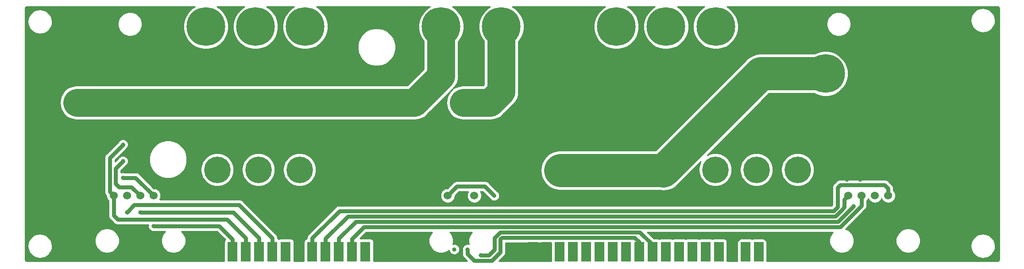
<source format=gbr>
G04 #@! TF.GenerationSoftware,KiCad,Pcbnew,(5.1.2)-1*
G04 #@! TF.CreationDate,2020-03-03T11:05:45-06:00*
G04 #@! TF.ProjectId,ODriveInterfacingBoard,4f447269-7665-4496-9e74-657266616369,rev?*
G04 #@! TF.SameCoordinates,Original*
G04 #@! TF.FileFunction,Copper,L2,Bot*
G04 #@! TF.FilePolarity,Positive*
%FSLAX46Y46*%
G04 Gerber Fmt 4.6, Leading zero omitted, Abs format (unit mm)*
G04 Created by KiCad (PCBNEW (5.1.2)-1) date 2020-03-03 11:05:45*
%MOMM*%
%LPD*%
G04 APERTURE LIST*
%ADD10R,1.905000X3.810000*%
%ADD11C,7.400000*%
%ADD12O,2.540000X1.524000*%
%ADD13C,5.080000*%
%ADD14C,1.524000*%
%ADD15C,0.800000*%
%ADD16C,0.762000*%
%ADD17C,6.350000*%
%ADD18C,5.334000*%
%ADD19C,0.254000*%
G04 APERTURE END LIST*
D10*
X116841749Y-120484151D03*
X114301749Y-120484151D03*
X111761749Y-120484151D03*
X109221749Y-120484151D03*
X106681749Y-120484151D03*
X104141749Y-120484151D03*
X101601749Y-120484151D03*
X99061749Y-120484151D03*
X96521749Y-120484151D03*
X93981749Y-120484151D03*
X91441749Y-120484151D03*
X88901749Y-120484151D03*
X148881717Y-120484151D03*
X151421717Y-120484151D03*
X153961717Y-120484151D03*
X156501717Y-120484151D03*
X159041717Y-120484151D03*
X161581717Y-120484151D03*
X164121717Y-120484151D03*
X166661717Y-120484151D03*
X169201717Y-120484151D03*
X171741717Y-120484151D03*
X174281717Y-120484151D03*
X176821717Y-120484151D03*
X179361717Y-120484151D03*
X181901717Y-120484151D03*
X184441717Y-120484151D03*
X186981717Y-120484151D03*
X189521717Y-120484151D03*
X192061717Y-120484151D03*
X194601717Y-120484151D03*
D11*
X86341717Y-77397151D03*
X95841717Y-77397151D03*
X105341717Y-77397151D03*
X131341717Y-77397151D03*
X142841717Y-77397151D03*
X164841717Y-77397151D03*
X174341717Y-77397151D03*
X183841717Y-77397151D03*
X204841717Y-86397151D03*
X204841717Y-96897151D03*
D12*
X135978900Y-93649800D03*
X135978900Y-90246200D03*
X62141100Y-93649800D03*
X62141100Y-90246200D03*
D13*
X183769000Y-104775000D03*
X191643000Y-104775000D03*
X199517000Y-104775000D03*
D14*
X132588000Y-109728000D03*
X135128000Y-109728000D03*
X137668000Y-109728000D03*
D13*
X88519000Y-104775000D03*
X96393000Y-104775000D03*
X104267000Y-104775000D03*
X154178000Y-97028000D03*
X154178000Y-104902000D03*
D14*
X209219800Y-109728000D03*
X211759800Y-109728000D03*
X214299800Y-109728000D03*
X216839800Y-109728000D03*
X219379800Y-109728000D03*
X68707000Y-109728000D03*
X71247000Y-109728000D03*
X73787000Y-109728000D03*
X76327000Y-109728000D03*
X78867000Y-109728000D03*
D15*
X211455000Y-106680000D03*
X122301000Y-121031000D03*
X146939000Y-110109000D03*
X144145000Y-110109000D03*
X101600000Y-115824000D03*
X101600000Y-110744000D03*
X169545000Y-81280000D03*
X179070000Y-81407000D03*
X145796000Y-121285000D03*
X147320000Y-96520000D03*
X147320000Y-99060000D03*
X147320000Y-101600000D03*
X147320000Y-104140000D03*
X147320000Y-106680000D03*
X147320000Y-93980000D03*
X147320000Y-91440000D03*
X147320000Y-88900000D03*
X147320000Y-86360000D03*
X147320000Y-83820000D03*
X147320000Y-81280000D03*
X149860000Y-91440000D03*
X149860000Y-88900000D03*
X149860000Y-86360000D03*
X149860000Y-83820000D03*
X149860000Y-81280000D03*
X149860000Y-78740000D03*
X149860000Y-76200000D03*
X152400000Y-76200000D03*
X154940000Y-76200000D03*
X157480000Y-76200000D03*
X152400000Y-78740000D03*
X154940000Y-78740000D03*
X157480000Y-78740000D03*
X152400000Y-81280000D03*
X154940000Y-81280000D03*
X157480000Y-81280000D03*
X152400000Y-83820000D03*
X154940000Y-83820000D03*
X157480000Y-83820000D03*
X152400000Y-86360000D03*
X154940000Y-86360000D03*
X157480000Y-86360000D03*
X160020000Y-83820000D03*
X160020000Y-81280000D03*
X152400000Y-88900000D03*
X154940000Y-88900000D03*
X152400000Y-91440000D03*
X135128000Y-118364000D03*
X154940000Y-91440000D03*
X157480000Y-88900000D03*
X160020000Y-86360000D03*
X160020000Y-88900000D03*
X162560000Y-88900000D03*
X162560000Y-91440000D03*
X160020000Y-91440000D03*
X157480000Y-91440000D03*
X144780000Y-106680000D03*
X144780000Y-104140000D03*
X144780000Y-101600000D03*
X144780000Y-99060000D03*
X144780000Y-96520000D03*
X144780000Y-93980000D03*
X142240000Y-96520000D03*
X142240000Y-99060000D03*
X142240000Y-101600000D03*
X142240000Y-104140000D03*
X142240000Y-106680000D03*
X139700000Y-101600000D03*
X139700000Y-99060000D03*
X139700000Y-96520000D03*
X137160000Y-96520000D03*
X137160000Y-99060000D03*
X137160000Y-101600000D03*
X134620000Y-101600000D03*
X134620000Y-99060000D03*
X134620000Y-96520000D03*
X132080000Y-96520000D03*
X132080000Y-99060000D03*
X132080000Y-101600000D03*
X129540000Y-101600000D03*
X129540000Y-99060000D03*
X129540000Y-96520000D03*
X129540000Y-93980000D03*
X132080000Y-93980000D03*
X132080000Y-91440000D03*
X137160000Y-86360000D03*
X137160000Y-83820000D03*
X137160000Y-81280000D03*
X137160000Y-78740000D03*
X137160000Y-76200000D03*
X127000000Y-96520000D03*
X124460000Y-96520000D03*
X121920000Y-96520000D03*
X127000000Y-99060000D03*
X124460000Y-99060000D03*
X121920000Y-99060000D03*
X119380000Y-96520000D03*
X119380000Y-99060000D03*
X119380000Y-101600000D03*
X121920000Y-101600000D03*
X124460000Y-101600000D03*
X127000000Y-101600000D03*
X127000000Y-104140000D03*
X124460000Y-104140000D03*
X121920000Y-104140000D03*
X119380000Y-104140000D03*
X116840000Y-104140000D03*
X116840000Y-101600000D03*
X116840000Y-99060000D03*
X116840000Y-96520000D03*
X114300000Y-96520000D03*
X114300000Y-99060000D03*
X114300000Y-101600000D03*
X114300000Y-104140000D03*
X111760000Y-104140000D03*
X111760000Y-101600000D03*
X111760000Y-99060000D03*
X111760000Y-96520000D03*
X109220000Y-96520000D03*
X109220000Y-99060000D03*
X109220000Y-101600000D03*
X109220000Y-104140000D03*
X127000000Y-86360000D03*
X124460000Y-86360000D03*
X121920000Y-86360000D03*
X119380000Y-86360000D03*
X116840000Y-86360000D03*
X114300000Y-86360000D03*
X111760000Y-86360000D03*
X111760000Y-83820000D03*
X114300000Y-83820000D03*
X124460000Y-83820000D03*
X127000000Y-83820000D03*
X127000000Y-81280000D03*
X124460000Y-81280000D03*
X114300000Y-81280000D03*
X111760000Y-81280000D03*
X111760000Y-78740000D03*
X111760000Y-76200000D03*
X114300000Y-76200000D03*
X114300000Y-78740000D03*
X116840000Y-76200000D03*
X119380000Y-76200000D03*
X121920000Y-76200000D03*
X124460000Y-78740000D03*
X124460000Y-76200000D03*
X80010000Y-86360000D03*
X80010000Y-83820000D03*
X80010000Y-81280000D03*
X80010000Y-78740000D03*
X80010000Y-76200000D03*
X77470000Y-76200000D03*
X77470000Y-78740000D03*
X77470000Y-81280000D03*
X77470000Y-83820000D03*
X77470000Y-86360000D03*
X74930000Y-86360000D03*
X74930000Y-83820000D03*
X72390000Y-86360000D03*
X72390000Y-83820000D03*
X69850000Y-83820000D03*
X69850000Y-86360000D03*
X67310000Y-86360000D03*
X67310000Y-83820000D03*
X64770000Y-76200000D03*
X64770000Y-78740000D03*
X64770000Y-81280000D03*
X64770000Y-83820000D03*
X64770000Y-86360000D03*
X62230000Y-86360000D03*
X62230000Y-83820000D03*
X62230000Y-81280000D03*
X62230000Y-78740000D03*
X62230000Y-76200000D03*
X59690000Y-76200000D03*
X59690000Y-78740000D03*
X59690000Y-81280000D03*
X59690000Y-83820000D03*
X59690000Y-86360000D03*
X59690000Y-88900000D03*
X57150000Y-88900000D03*
X57150000Y-86360000D03*
X57150000Y-83820000D03*
X57150000Y-81280000D03*
X54610000Y-81280000D03*
X54610000Y-83820000D03*
X54610000Y-86360000D03*
X54610000Y-88900000D03*
X57150000Y-91440000D03*
X57150000Y-93980000D03*
X54610000Y-91440000D03*
X54610000Y-93980000D03*
X54610000Y-109220000D03*
X57150000Y-109220000D03*
X59690000Y-109220000D03*
X62230000Y-109220000D03*
X64770000Y-109220000D03*
X54610000Y-111760000D03*
X57150000Y-111760000D03*
X59690000Y-111760000D03*
X62230000Y-111760000D03*
X64770000Y-111760000D03*
X64770000Y-114300000D03*
X62230000Y-114300000D03*
X59690000Y-114300000D03*
X57150000Y-114300000D03*
X54610000Y-114300000D03*
X59690000Y-116840000D03*
X62230000Y-116840000D03*
X64770000Y-116840000D03*
X64770000Y-119380000D03*
X62230000Y-119380000D03*
X59690000Y-119380000D03*
X191135000Y-76200000D03*
X191135000Y-78740000D03*
X191135000Y-81280000D03*
X193675000Y-76200000D03*
X193675000Y-78740000D03*
X193675000Y-81280000D03*
X196215000Y-76200000D03*
X196215000Y-78740000D03*
X196215000Y-81280000D03*
X198755000Y-76200000D03*
X198755000Y-78740000D03*
X198755000Y-81280000D03*
X201295000Y-76200000D03*
X201295000Y-78740000D03*
X201295000Y-81280000D03*
X213995000Y-81280000D03*
X213995000Y-78740000D03*
X213995000Y-76200000D03*
X216535000Y-76200000D03*
X219075000Y-76200000D03*
X221615000Y-76200000D03*
X224155000Y-76200000D03*
X226695000Y-76200000D03*
X229235000Y-76200000D03*
X216535000Y-78740000D03*
X219075000Y-78740000D03*
X221615000Y-78740000D03*
X224155000Y-78740000D03*
X226695000Y-78740000D03*
X229235000Y-78740000D03*
X229235000Y-81280000D03*
X226695000Y-81280000D03*
X224155000Y-81280000D03*
X221615000Y-81280000D03*
X219075000Y-81280000D03*
X216535000Y-81280000D03*
X229235000Y-83820000D03*
X226695000Y-83820000D03*
X224155000Y-83820000D03*
X221615000Y-83820000D03*
X219075000Y-83820000D03*
X216535000Y-83820000D03*
X213995000Y-83820000D03*
X211455000Y-83820000D03*
X211455000Y-86360000D03*
X211455000Y-88900000D03*
X213995000Y-86360000D03*
X216535000Y-86360000D03*
X219075000Y-86360000D03*
X221615000Y-86360000D03*
X224155000Y-86360000D03*
X226695000Y-86360000D03*
X229235000Y-86360000D03*
X229235000Y-88900000D03*
X226695000Y-88900000D03*
X224155000Y-88900000D03*
X221615000Y-88900000D03*
X219075000Y-88900000D03*
X216535000Y-88900000D03*
X213995000Y-88900000D03*
X211455000Y-91440000D03*
X213995000Y-91440000D03*
X216535000Y-91440000D03*
X219075000Y-91440000D03*
X221615000Y-91440000D03*
X224155000Y-91440000D03*
X226695000Y-91440000D03*
X229235000Y-91440000D03*
X231775000Y-81280000D03*
X234315000Y-81280000D03*
X234315000Y-83820000D03*
X231775000Y-83820000D03*
X231775000Y-86360000D03*
X234315000Y-86360000D03*
X234315000Y-88900000D03*
X231775000Y-88900000D03*
X231775000Y-91440000D03*
X234315000Y-91440000D03*
X211455000Y-93980000D03*
X213995000Y-93980000D03*
X216535000Y-93980000D03*
X219075000Y-93980000D03*
X221615000Y-93980000D03*
X224155000Y-93980000D03*
X226695000Y-93980000D03*
X229235000Y-93980000D03*
X231775000Y-93980000D03*
X234315000Y-93980000D03*
X211455000Y-96520000D03*
X213995000Y-96520000D03*
X216535000Y-96520000D03*
X216535000Y-99060000D03*
X213995000Y-99060000D03*
X211455000Y-99060000D03*
X211455000Y-101600000D03*
X213995000Y-101600000D03*
X216535000Y-101600000D03*
X213995000Y-104140000D03*
X211455000Y-104140000D03*
X208915000Y-104140000D03*
X206375000Y-104140000D03*
X203835000Y-104140000D03*
X203835000Y-106680000D03*
X206375000Y-106680000D03*
X208915000Y-106680000D03*
X152400000Y-100965000D03*
X129540000Y-104140000D03*
X132080000Y-104140000D03*
X134620000Y-104140000D03*
X137160000Y-104140000D03*
X139700000Y-104140000D03*
X138938000Y-121158000D03*
X141478000Y-109728000D03*
X133858000Y-120015000D03*
X136398000Y-120015000D03*
X71247000Y-112903000D03*
X76327000Y-115570000D03*
X70485000Y-106299000D03*
X70485000Y-99949000D03*
X73787000Y-112903000D03*
X70485000Y-103124000D03*
X210185000Y-111760000D03*
D16*
X194601717Y-119120849D02*
X194601717Y-121627151D01*
X188881566Y-117221000D02*
X192701868Y-117221000D01*
X186981717Y-119120849D02*
X188881566Y-117221000D01*
X192701868Y-117221000D02*
X194601717Y-119120849D01*
X186981717Y-121627151D02*
X186981717Y-119120849D01*
X151382868Y-121666000D02*
X151421717Y-121627151D01*
X151421717Y-121627151D02*
X148881717Y-121627151D01*
X146138151Y-121627151D02*
X145796000Y-121285000D01*
X148881717Y-121627151D02*
X146138151Y-121627151D01*
X139700000Y-107950000D02*
X141478000Y-109728000D01*
X132588000Y-109728000D02*
X134366000Y-107950000D01*
X134366000Y-107950000D02*
X139700000Y-107950000D01*
X171741717Y-121627151D02*
X171741717Y-119120849D01*
X141541500Y-117829013D02*
X141541500Y-120078500D01*
X169333868Y-116713000D02*
X142657513Y-116713000D01*
X171741717Y-119120849D02*
X169333868Y-116713000D01*
X142657513Y-116713000D02*
X141541500Y-117829013D01*
X141541500Y-120078500D02*
X140462000Y-121158000D01*
X140462000Y-121158000D02*
X138938000Y-121158000D01*
X136398000Y-120015000D02*
X136398000Y-120015000D01*
X168275000Y-117729000D02*
X169201717Y-118655717D01*
X141033500Y-122174000D02*
X142684500Y-120523000D01*
X143002000Y-117729000D02*
X168275000Y-117729000D01*
X169201717Y-118655717D02*
X169201717Y-121627151D01*
X139573000Y-122174000D02*
X141033500Y-122174000D01*
X142684500Y-120523000D02*
X142684500Y-118046500D01*
X142684500Y-118046500D02*
X143002000Y-117729000D01*
X136398000Y-120904000D02*
X136398000Y-120015000D01*
X139573000Y-122174000D02*
X137668000Y-122174000D01*
X137668000Y-122174000D02*
X136398000Y-120904000D01*
D17*
X173836651Y-104991849D02*
X192341500Y-86487000D01*
X192431349Y-86397151D02*
X192341500Y-86487000D01*
X204841717Y-86397151D02*
X192431349Y-86397151D01*
X154178000Y-104902000D02*
X173926500Y-104902000D01*
D18*
X142841717Y-77397151D02*
X142841717Y-89822283D01*
X142841717Y-89822283D02*
X140716000Y-91948000D01*
X140716000Y-91948000D02*
X135636000Y-91948000D01*
X131341717Y-77397151D02*
X131341717Y-82629741D01*
X131341717Y-77397151D02*
X131341717Y-86844283D01*
X131341717Y-86844283D02*
X126238000Y-91948000D01*
X126238000Y-91948000D02*
X61722000Y-91948000D01*
D16*
X99061749Y-121627151D02*
X99061749Y-117857749D01*
X99061749Y-117857749D02*
X93472000Y-112268000D01*
X93472000Y-112268000D02*
X92710000Y-111506000D01*
X92710000Y-111506000D02*
X90043000Y-111506000D01*
X90043000Y-111506000D02*
X78486000Y-111506000D01*
X75184000Y-111506000D02*
X72644000Y-111506000D01*
X78486000Y-111506000D02*
X75184000Y-111506000D01*
X72644000Y-111506000D02*
X71247000Y-112903000D01*
X71247000Y-112903000D02*
X71247000Y-112903000D01*
X114301749Y-121627151D02*
X114300000Y-117983000D01*
X114300000Y-117983000D02*
X116586000Y-115697000D01*
X116586000Y-115697000D02*
X206629000Y-115697000D01*
X207699882Y-115697000D02*
X207518000Y-115697000D01*
X211759800Y-110794800D02*
X211759800Y-111637082D01*
X211759800Y-109728000D02*
X211759800Y-110794800D01*
X206629000Y-115697000D02*
X207518000Y-115697000D01*
X211759800Y-111637082D02*
X207699882Y-115697000D01*
X88900000Y-115570000D02*
X76327000Y-115570000D01*
X91441749Y-121627151D02*
X91441749Y-118111749D01*
X91441749Y-118111749D02*
X88900000Y-115570000D01*
X76327000Y-115570000D02*
X76327000Y-115570000D01*
X76327000Y-109728000D02*
X72898000Y-106299000D01*
X72898000Y-106299000D02*
X70485000Y-106299000D01*
X70485000Y-106299000D02*
X70485000Y-106299000D01*
X93981749Y-120425070D02*
X93980000Y-120423321D01*
X93981749Y-121627151D02*
X93981749Y-120425070D01*
X93980000Y-120423321D02*
X93980000Y-117856000D01*
X93980000Y-117856000D02*
X90932000Y-114808000D01*
X91948000Y-115824000D02*
X90424000Y-114300000D01*
X91948000Y-115824000D02*
X93980000Y-117856000D01*
X90424000Y-114300000D02*
X69469000Y-114300000D01*
X69469000Y-114300000D02*
X68707000Y-113538000D01*
X68707000Y-113538000D02*
X68707000Y-109728000D01*
X67945001Y-108966001D02*
X67945001Y-102488999D01*
X68707000Y-109728000D02*
X67945001Y-108966001D01*
X67945001Y-102488999D02*
X70485000Y-99949000D01*
X70485000Y-99949000D02*
X70485000Y-99949000D01*
X96521749Y-117856000D02*
X96521749Y-121627151D01*
X96520000Y-117856000D02*
X96521749Y-117856000D01*
X73787000Y-112903000D02*
X91567000Y-112903000D01*
X91567000Y-112903000D02*
X96520000Y-117856000D01*
X73787000Y-109728000D02*
X72136000Y-108077000D01*
X72136000Y-108077000D02*
X69723000Y-108077000D01*
X69723000Y-108077000D02*
X69088000Y-107442000D01*
X69088000Y-107442000D02*
X69088000Y-104521000D01*
X69088000Y-104521000D02*
X70485000Y-103124000D01*
X70485000Y-103124000D02*
X70485000Y-103124000D01*
X106681749Y-117854251D02*
X106681749Y-121627151D01*
X206375000Y-112649000D02*
X111887000Y-112649000D01*
X207137000Y-111887000D02*
X206375000Y-112649000D01*
X216154000Y-107696000D02*
X207645000Y-107696000D01*
X216839800Y-109728000D02*
X216839800Y-108381800D01*
X111887000Y-112649000D02*
X106681749Y-117854251D01*
X216839800Y-108381800D02*
X216154000Y-107696000D01*
X207645000Y-107696000D02*
X207137000Y-108204000D01*
X207137000Y-108204000D02*
X207137000Y-111887000D01*
X209219800Y-109728000D02*
X208457801Y-110489999D01*
X208457801Y-110489999D02*
X208457801Y-111963199D01*
X109221749Y-117981251D02*
X109221749Y-121627151D01*
X208457801Y-111963199D02*
X207899000Y-112522000D01*
X206756000Y-113665000D02*
X113538000Y-113665000D01*
X113538000Y-113665000D02*
X109221749Y-117981251D01*
X207899000Y-112522000D02*
X206756000Y-113665000D01*
X111761749Y-121627151D02*
X111761749Y-118616251D01*
X111761749Y-121627151D02*
X111761749Y-117981251D01*
X111761749Y-117981251D02*
X115062000Y-114681000D01*
X205740000Y-114681000D02*
X207264000Y-114681000D01*
X205740000Y-114681000D02*
X207010000Y-114681000D01*
X115062000Y-114681000D02*
X205740000Y-114681000D01*
X207264000Y-114681000D02*
X210185000Y-111760000D01*
X210185000Y-111760000D02*
X210185000Y-111760000D01*
D19*
G36*
X152371145Y-122226000D02*
G01*
X142418340Y-122226000D01*
X143367633Y-121276708D01*
X143406396Y-121244896D01*
X143533360Y-121090190D01*
X143627702Y-120913687D01*
X143685798Y-120722171D01*
X143700500Y-120572902D01*
X143700500Y-120572901D01*
X143705415Y-120523000D01*
X143700500Y-120473098D01*
X143700500Y-118745000D01*
X152371145Y-118745000D01*
X152371145Y-122226000D01*
X152371145Y-122226000D01*
G37*
X152371145Y-122226000D02*
X142418340Y-122226000D01*
X143367633Y-121276708D01*
X143406396Y-121244896D01*
X143533360Y-121090190D01*
X143627702Y-120913687D01*
X143685798Y-120722171D01*
X143700500Y-120572902D01*
X143700500Y-120572901D01*
X143705415Y-120523000D01*
X143700500Y-120473098D01*
X143700500Y-118745000D01*
X152371145Y-118745000D01*
X152371145Y-122226000D01*
G36*
X129484868Y-116859588D02*
G01*
X129226595Y-117246121D01*
X129048694Y-117675613D01*
X128958000Y-118131560D01*
X128958000Y-118596440D01*
X129048694Y-119052387D01*
X129226595Y-119481879D01*
X129484868Y-119868412D01*
X129813588Y-120197132D01*
X130200121Y-120455405D01*
X130629613Y-120633306D01*
X131085560Y-120724000D01*
X131550440Y-120724000D01*
X132006387Y-120633306D01*
X132435879Y-120455405D01*
X132822412Y-120197132D01*
X132836207Y-120183337D01*
X132862774Y-120316898D01*
X132940795Y-120505256D01*
X133054063Y-120674774D01*
X133198226Y-120818937D01*
X133367744Y-120932205D01*
X133556102Y-121010226D01*
X133756061Y-121050000D01*
X133959939Y-121050000D01*
X134159898Y-121010226D01*
X134348256Y-120932205D01*
X134517774Y-120818937D01*
X134661937Y-120674774D01*
X134775205Y-120505256D01*
X134853226Y-120316898D01*
X134893000Y-120116939D01*
X134893000Y-119913061D01*
X134853226Y-119713102D01*
X134775205Y-119524744D01*
X134661937Y-119355226D01*
X134517774Y-119211063D01*
X134348256Y-119097795D01*
X134159898Y-119019774D01*
X133959939Y-118980000D01*
X133756061Y-118980000D01*
X133595346Y-119011968D01*
X133678000Y-118596440D01*
X133678000Y-118131560D01*
X133587306Y-117675613D01*
X133409405Y-117246121D01*
X133151132Y-116859588D01*
X133004544Y-116713000D01*
X137251456Y-116713000D01*
X137104868Y-116859588D01*
X136846595Y-117246121D01*
X136668694Y-117675613D01*
X136578000Y-118131560D01*
X136578000Y-118596440D01*
X136660654Y-119011968D01*
X136499939Y-118980000D01*
X136296061Y-118980000D01*
X136096102Y-119019774D01*
X135907744Y-119097795D01*
X135738226Y-119211063D01*
X135594063Y-119355226D01*
X135480795Y-119524744D01*
X135402774Y-119713102D01*
X135363000Y-119913061D01*
X135363000Y-120116939D01*
X135382000Y-120212459D01*
X135382000Y-120854098D01*
X135377085Y-120904000D01*
X135382000Y-120953901D01*
X135396702Y-121103170D01*
X135454798Y-121294686D01*
X135549140Y-121471190D01*
X135676104Y-121625896D01*
X135714872Y-121657712D01*
X136283160Y-122226000D01*
X118432321Y-122226000D01*
X118432321Y-118579151D01*
X118420061Y-118454669D01*
X118383751Y-118334971D01*
X118324786Y-118224657D01*
X118245434Y-118127966D01*
X118148743Y-118048614D01*
X118038429Y-117989649D01*
X117918731Y-117953339D01*
X117794249Y-117941079D01*
X115889249Y-117941079D01*
X115766691Y-117953150D01*
X117006841Y-116713000D01*
X129631456Y-116713000D01*
X129484868Y-116859588D01*
X129484868Y-116859588D01*
G37*
X129484868Y-116859588D02*
X129226595Y-117246121D01*
X129048694Y-117675613D01*
X128958000Y-118131560D01*
X128958000Y-118596440D01*
X129048694Y-119052387D01*
X129226595Y-119481879D01*
X129484868Y-119868412D01*
X129813588Y-120197132D01*
X130200121Y-120455405D01*
X130629613Y-120633306D01*
X131085560Y-120724000D01*
X131550440Y-120724000D01*
X132006387Y-120633306D01*
X132435879Y-120455405D01*
X132822412Y-120197132D01*
X132836207Y-120183337D01*
X132862774Y-120316898D01*
X132940795Y-120505256D01*
X133054063Y-120674774D01*
X133198226Y-120818937D01*
X133367744Y-120932205D01*
X133556102Y-121010226D01*
X133756061Y-121050000D01*
X133959939Y-121050000D01*
X134159898Y-121010226D01*
X134348256Y-120932205D01*
X134517774Y-120818937D01*
X134661937Y-120674774D01*
X134775205Y-120505256D01*
X134853226Y-120316898D01*
X134893000Y-120116939D01*
X134893000Y-119913061D01*
X134853226Y-119713102D01*
X134775205Y-119524744D01*
X134661937Y-119355226D01*
X134517774Y-119211063D01*
X134348256Y-119097795D01*
X134159898Y-119019774D01*
X133959939Y-118980000D01*
X133756061Y-118980000D01*
X133595346Y-119011968D01*
X133678000Y-118596440D01*
X133678000Y-118131560D01*
X133587306Y-117675613D01*
X133409405Y-117246121D01*
X133151132Y-116859588D01*
X133004544Y-116713000D01*
X137251456Y-116713000D01*
X137104868Y-116859588D01*
X136846595Y-117246121D01*
X136668694Y-117675613D01*
X136578000Y-118131560D01*
X136578000Y-118596440D01*
X136660654Y-119011968D01*
X136499939Y-118980000D01*
X136296061Y-118980000D01*
X136096102Y-119019774D01*
X135907744Y-119097795D01*
X135738226Y-119211063D01*
X135594063Y-119355226D01*
X135480795Y-119524744D01*
X135402774Y-119713102D01*
X135363000Y-119913061D01*
X135363000Y-120116939D01*
X135382000Y-120212459D01*
X135382000Y-120854098D01*
X135377085Y-120904000D01*
X135382000Y-120953901D01*
X135396702Y-121103170D01*
X135454798Y-121294686D01*
X135549140Y-121471190D01*
X135676104Y-121625896D01*
X135714872Y-121657712D01*
X136283160Y-122226000D01*
X118432321Y-122226000D01*
X118432321Y-118579151D01*
X118420061Y-118454669D01*
X118383751Y-118334971D01*
X118324786Y-118224657D01*
X118245434Y-118127966D01*
X118148743Y-118048614D01*
X118038429Y-117989649D01*
X117918731Y-117953339D01*
X117794249Y-117941079D01*
X115889249Y-117941079D01*
X115766691Y-117953150D01*
X117006841Y-116713000D01*
X129631456Y-116713000D01*
X129484868Y-116859588D01*
G36*
X83578316Y-74029937D02*
G01*
X82974503Y-74633750D01*
X82500090Y-75343759D01*
X82173309Y-76132678D01*
X82006717Y-76970191D01*
X82006717Y-77824111D01*
X82173309Y-78661624D01*
X82500090Y-79450543D01*
X82974503Y-80160552D01*
X83578316Y-80764365D01*
X84288325Y-81238778D01*
X85077244Y-81565559D01*
X85914757Y-81732151D01*
X86768677Y-81732151D01*
X87606190Y-81565559D01*
X88395109Y-81238778D01*
X89105118Y-80764365D01*
X89708931Y-80160552D01*
X90183344Y-79450543D01*
X90510125Y-78661624D01*
X90676717Y-77824111D01*
X90676717Y-76970191D01*
X90510125Y-76132678D01*
X90183344Y-75343759D01*
X89708931Y-74633750D01*
X89105118Y-74029937D01*
X88473645Y-73608000D01*
X93709789Y-73608000D01*
X93078316Y-74029937D01*
X92474503Y-74633750D01*
X92000090Y-75343759D01*
X91673309Y-76132678D01*
X91506717Y-76970191D01*
X91506717Y-77824111D01*
X91673309Y-78661624D01*
X92000090Y-79450543D01*
X92474503Y-80160552D01*
X93078316Y-80764365D01*
X93788325Y-81238778D01*
X94577244Y-81565559D01*
X95414757Y-81732151D01*
X96268677Y-81732151D01*
X97106190Y-81565559D01*
X97895109Y-81238778D01*
X98605118Y-80764365D01*
X99208931Y-80160552D01*
X99683344Y-79450543D01*
X100010125Y-78661624D01*
X100176717Y-77824111D01*
X100176717Y-76970191D01*
X100010125Y-76132678D01*
X99683344Y-75343759D01*
X99208931Y-74633750D01*
X98605118Y-74029937D01*
X97973645Y-73608000D01*
X103209789Y-73608000D01*
X102578316Y-74029937D01*
X101974503Y-74633750D01*
X101500090Y-75343759D01*
X101173309Y-76132678D01*
X101006717Y-76970191D01*
X101006717Y-77824111D01*
X101173309Y-78661624D01*
X101500090Y-79450543D01*
X101974503Y-80160552D01*
X102578316Y-80764365D01*
X103288325Y-81238778D01*
X104077244Y-81565559D01*
X104914757Y-81732151D01*
X105768677Y-81732151D01*
X106606190Y-81565559D01*
X107395109Y-81238778D01*
X107809360Y-80961984D01*
X115364000Y-80961984D01*
X115364000Y-81678016D01*
X115503691Y-82380290D01*
X115777705Y-83041818D01*
X116175511Y-83637177D01*
X116681823Y-84143489D01*
X117277182Y-84541295D01*
X117938710Y-84815309D01*
X118640984Y-84955000D01*
X119357016Y-84955000D01*
X120059290Y-84815309D01*
X120720818Y-84541295D01*
X121316177Y-84143489D01*
X121822489Y-83637177D01*
X122220295Y-83041818D01*
X122494309Y-82380290D01*
X122634000Y-81678016D01*
X122634000Y-80961984D01*
X122494309Y-80259710D01*
X122220295Y-79598182D01*
X121822489Y-79002823D01*
X121316177Y-78496511D01*
X120720818Y-78098705D01*
X120059290Y-77824691D01*
X119357016Y-77685000D01*
X118640984Y-77685000D01*
X117938710Y-77824691D01*
X117277182Y-78098705D01*
X116681823Y-78496511D01*
X116175511Y-79002823D01*
X115777705Y-79598182D01*
X115503691Y-80259710D01*
X115364000Y-80961984D01*
X107809360Y-80961984D01*
X108105118Y-80764365D01*
X108708931Y-80160552D01*
X109183344Y-79450543D01*
X109510125Y-78661624D01*
X109676717Y-77824111D01*
X109676717Y-76970191D01*
X109510125Y-76132678D01*
X109183344Y-75343759D01*
X108708931Y-74633750D01*
X108105118Y-74029937D01*
X107473645Y-73608000D01*
X129209789Y-73608000D01*
X128578316Y-74029937D01*
X127974503Y-74633750D01*
X127500090Y-75343759D01*
X127173309Y-76132678D01*
X127006717Y-76970191D01*
X127006717Y-77824111D01*
X127173309Y-78661624D01*
X127500090Y-79450543D01*
X127974503Y-80160552D01*
X128039717Y-80225766D01*
X128039718Y-85476549D01*
X124870268Y-88646000D01*
X61559793Y-88646000D01*
X61074695Y-88693778D01*
X60452266Y-88882590D01*
X59878631Y-89189204D01*
X59375837Y-89601837D01*
X58963204Y-90104631D01*
X58656590Y-90678266D01*
X58467778Y-91300695D01*
X58404024Y-91948000D01*
X58467778Y-92595305D01*
X58656590Y-93217734D01*
X58963204Y-93791369D01*
X59375837Y-94294163D01*
X59878631Y-94706796D01*
X60452266Y-95013410D01*
X61074695Y-95202222D01*
X61559793Y-95250000D01*
X126075801Y-95250000D01*
X126238000Y-95265975D01*
X126400199Y-95250000D01*
X126400207Y-95250000D01*
X126885305Y-95202222D01*
X127507734Y-95013410D01*
X128081369Y-94706796D01*
X128584163Y-94294163D01*
X128687567Y-94168165D01*
X133561887Y-89293846D01*
X133687880Y-89190446D01*
X134100513Y-88687652D01*
X134407127Y-88114017D01*
X134595939Y-87491588D01*
X134643717Y-87006490D01*
X134643717Y-87006482D01*
X134659692Y-86844283D01*
X134643717Y-86682084D01*
X134643717Y-80225766D01*
X134708931Y-80160552D01*
X135183344Y-79450543D01*
X135510125Y-78661624D01*
X135676717Y-77824111D01*
X135676717Y-76970191D01*
X135510125Y-76132678D01*
X135183344Y-75343759D01*
X134708931Y-74633750D01*
X134105118Y-74029937D01*
X133473645Y-73608000D01*
X140709789Y-73608000D01*
X140078316Y-74029937D01*
X139474503Y-74633750D01*
X139000090Y-75343759D01*
X138673309Y-76132678D01*
X138506717Y-76970191D01*
X138506717Y-77824111D01*
X138673309Y-78661624D01*
X139000090Y-79450543D01*
X139474503Y-80160552D01*
X139539717Y-80225766D01*
X139539718Y-88454550D01*
X139348268Y-88646000D01*
X135473793Y-88646000D01*
X134988695Y-88693778D01*
X134366266Y-88882590D01*
X133792631Y-89189204D01*
X133289837Y-89601837D01*
X132877204Y-90104631D01*
X132570590Y-90678266D01*
X132381778Y-91300695D01*
X132318024Y-91948000D01*
X132381778Y-92595305D01*
X132570590Y-93217734D01*
X132877204Y-93791369D01*
X133289837Y-94294163D01*
X133792631Y-94706796D01*
X134366266Y-95013410D01*
X134988695Y-95202222D01*
X135473793Y-95250000D01*
X140553801Y-95250000D01*
X140716000Y-95265975D01*
X140878199Y-95250000D01*
X140878207Y-95250000D01*
X141363305Y-95202222D01*
X141985734Y-95013410D01*
X142559369Y-94706796D01*
X143062163Y-94294163D01*
X143165567Y-94168165D01*
X145061882Y-92271850D01*
X145187880Y-92168446D01*
X145600513Y-91665652D01*
X145907127Y-91092017D01*
X146095939Y-90469588D01*
X146143717Y-89984490D01*
X146143717Y-89984482D01*
X146159692Y-89822283D01*
X146143717Y-89660084D01*
X146143717Y-80225766D01*
X146208931Y-80160552D01*
X146683344Y-79450543D01*
X147010125Y-78661624D01*
X147176717Y-77824111D01*
X147176717Y-76970191D01*
X147010125Y-76132678D01*
X146683344Y-75343759D01*
X146208931Y-74633750D01*
X145605118Y-74029937D01*
X144973645Y-73608000D01*
X162709789Y-73608000D01*
X162078316Y-74029937D01*
X161474503Y-74633750D01*
X161000090Y-75343759D01*
X160673309Y-76132678D01*
X160506717Y-76970191D01*
X160506717Y-77824111D01*
X160673309Y-78661624D01*
X161000090Y-79450543D01*
X161474503Y-80160552D01*
X162078316Y-80764365D01*
X162788325Y-81238778D01*
X163577244Y-81565559D01*
X164414757Y-81732151D01*
X165268677Y-81732151D01*
X166106190Y-81565559D01*
X166895109Y-81238778D01*
X167605118Y-80764365D01*
X168208931Y-80160552D01*
X168683344Y-79450543D01*
X169010125Y-78661624D01*
X169176717Y-77824111D01*
X169176717Y-76970191D01*
X169010125Y-76132678D01*
X168683344Y-75343759D01*
X168208931Y-74633750D01*
X167605118Y-74029937D01*
X166973645Y-73608000D01*
X172209789Y-73608000D01*
X171578316Y-74029937D01*
X170974503Y-74633750D01*
X170500090Y-75343759D01*
X170173309Y-76132678D01*
X170006717Y-76970191D01*
X170006717Y-77824111D01*
X170173309Y-78661624D01*
X170500090Y-79450543D01*
X170974503Y-80160552D01*
X171578316Y-80764365D01*
X172288325Y-81238778D01*
X173077244Y-81565559D01*
X173914757Y-81732151D01*
X174768677Y-81732151D01*
X175606190Y-81565559D01*
X176395109Y-81238778D01*
X177105118Y-80764365D01*
X177708931Y-80160552D01*
X178183344Y-79450543D01*
X178510125Y-78661624D01*
X178676717Y-77824111D01*
X178676717Y-76970191D01*
X178510125Y-76132678D01*
X178183344Y-75343759D01*
X177708931Y-74633750D01*
X177105118Y-74029937D01*
X176473645Y-73608000D01*
X181709789Y-73608000D01*
X181078316Y-74029937D01*
X180474503Y-74633750D01*
X180000090Y-75343759D01*
X179673309Y-76132678D01*
X179506717Y-76970191D01*
X179506717Y-77824111D01*
X179673309Y-78661624D01*
X180000090Y-79450543D01*
X180474503Y-80160552D01*
X181078316Y-80764365D01*
X181788325Y-81238778D01*
X182577244Y-81565559D01*
X183414757Y-81732151D01*
X184268677Y-81732151D01*
X185106190Y-81565559D01*
X185895109Y-81238778D01*
X186605118Y-80764365D01*
X187208931Y-80160552D01*
X187683344Y-79450543D01*
X188010125Y-78661624D01*
X188176717Y-77824111D01*
X188176717Y-76970191D01*
X188116444Y-76667174D01*
X205006717Y-76667174D01*
X205006717Y-77127128D01*
X205096450Y-77578245D01*
X205272467Y-78003188D01*
X205528004Y-78385627D01*
X205853241Y-78710864D01*
X206235680Y-78966401D01*
X206660623Y-79142418D01*
X207111740Y-79232151D01*
X207571694Y-79232151D01*
X208022811Y-79142418D01*
X208447754Y-78966401D01*
X208830193Y-78710864D01*
X209155430Y-78385627D01*
X209410967Y-78003188D01*
X209586984Y-77578245D01*
X209676717Y-77127128D01*
X209676717Y-76667174D01*
X209590350Y-76232978D01*
X232588280Y-76232978D01*
X232639664Y-76691077D01*
X232779048Y-77130471D01*
X233001123Y-77534424D01*
X233297430Y-77887549D01*
X233656683Y-78176395D01*
X234065198Y-78389962D01*
X234507415Y-78520113D01*
X234966489Y-78561892D01*
X235424936Y-78513708D01*
X235865292Y-78377395D01*
X236270786Y-78158145D01*
X236625971Y-77864311D01*
X236917318Y-77507083D01*
X237133732Y-77100069D01*
X237266967Y-76658772D01*
X237311950Y-76200000D01*
X237311029Y-76134050D01*
X237253254Y-75676714D01*
X237107749Y-75239308D01*
X236880055Y-74838496D01*
X236578847Y-74489542D01*
X236215596Y-74205740D01*
X235804139Y-73997898D01*
X235360148Y-73873933D01*
X234900535Y-73838568D01*
X234442806Y-73893149D01*
X234004396Y-74035597D01*
X233602003Y-74260487D01*
X233250955Y-74559252D01*
X232964624Y-74920512D01*
X232753914Y-75330508D01*
X232626853Y-75773623D01*
X232588280Y-76232978D01*
X209590350Y-76232978D01*
X209586984Y-76216057D01*
X209410967Y-75791114D01*
X209155430Y-75408675D01*
X208830193Y-75083438D01*
X208447754Y-74827901D01*
X208022811Y-74651884D01*
X207571694Y-74562151D01*
X207111740Y-74562151D01*
X206660623Y-74651884D01*
X206235680Y-74827901D01*
X205853241Y-75083438D01*
X205528004Y-75408675D01*
X205272467Y-75791114D01*
X205096450Y-76216057D01*
X205006717Y-76667174D01*
X188116444Y-76667174D01*
X188010125Y-76132678D01*
X187683344Y-75343759D01*
X187208931Y-74633750D01*
X186605118Y-74029937D01*
X185973645Y-73608000D01*
X237709278Y-73608000D01*
X237802772Y-73617167D01*
X237859314Y-73634238D01*
X237911452Y-73661961D01*
X237957219Y-73699288D01*
X237994862Y-73744790D01*
X238022951Y-73796740D01*
X238040415Y-73853156D01*
X238050000Y-73944350D01*
X238050001Y-121885268D01*
X238040833Y-121978771D01*
X238023762Y-122035314D01*
X237996040Y-122087451D01*
X237958711Y-122133221D01*
X237913210Y-122170862D01*
X237861260Y-122198952D01*
X237804845Y-122216415D01*
X237713650Y-122226000D01*
X193652289Y-122226000D01*
X193652289Y-118579151D01*
X193640029Y-118454669D01*
X193603719Y-118334971D01*
X193544754Y-118224657D01*
X193465402Y-118127966D01*
X193368711Y-118048614D01*
X193258397Y-117989649D01*
X193138699Y-117953339D01*
X193014217Y-117941079D01*
X191109217Y-117941079D01*
X190984735Y-117953339D01*
X190865037Y-117989649D01*
X190791717Y-118028840D01*
X190718397Y-117989649D01*
X190598699Y-117953339D01*
X190474217Y-117941079D01*
X188569217Y-117941079D01*
X188444735Y-117953339D01*
X188325037Y-117989649D01*
X188214723Y-118048614D01*
X188118032Y-118127966D01*
X188038680Y-118224657D01*
X187979715Y-118334971D01*
X187943405Y-118454669D01*
X187931145Y-118579151D01*
X187931145Y-122226000D01*
X186032289Y-122226000D01*
X186032289Y-118579151D01*
X186020029Y-118454669D01*
X185983719Y-118334971D01*
X185924754Y-118224657D01*
X185845402Y-118127966D01*
X185748711Y-118048614D01*
X185638397Y-117989649D01*
X185518699Y-117953339D01*
X185394217Y-117941079D01*
X183489217Y-117941079D01*
X183364735Y-117953339D01*
X183245037Y-117989649D01*
X183171717Y-118028840D01*
X183098397Y-117989649D01*
X182978699Y-117953339D01*
X182854217Y-117941079D01*
X180949217Y-117941079D01*
X180824735Y-117953339D01*
X180705037Y-117989649D01*
X180631717Y-118028840D01*
X180558397Y-117989649D01*
X180438699Y-117953339D01*
X180314217Y-117941079D01*
X178409217Y-117941079D01*
X178284735Y-117953339D01*
X178165037Y-117989649D01*
X178091717Y-118028840D01*
X178018397Y-117989649D01*
X177898699Y-117953339D01*
X177774217Y-117941079D01*
X175869217Y-117941079D01*
X175744735Y-117953339D01*
X175625037Y-117989649D01*
X175551717Y-118028840D01*
X175478397Y-117989649D01*
X175358699Y-117953339D01*
X175234217Y-117941079D01*
X173329217Y-117941079D01*
X173204735Y-117953339D01*
X173085037Y-117989649D01*
X173011717Y-118028840D01*
X172938397Y-117989649D01*
X172818699Y-117953339D01*
X172694217Y-117941079D01*
X171998788Y-117941079D01*
X170770708Y-116713000D01*
X206263256Y-116713000D01*
X206116668Y-116859588D01*
X205858395Y-117246121D01*
X205680494Y-117675613D01*
X205589800Y-118131560D01*
X205589800Y-118596440D01*
X205680494Y-119052387D01*
X205858395Y-119481879D01*
X206116668Y-119868412D01*
X206445388Y-120197132D01*
X206831921Y-120455405D01*
X207261413Y-120633306D01*
X207717360Y-120724000D01*
X208182240Y-120724000D01*
X208638187Y-120633306D01*
X209067679Y-120455405D01*
X209454212Y-120197132D01*
X209782932Y-119868412D01*
X210041205Y-119481879D01*
X210219106Y-119052387D01*
X210309800Y-118596440D01*
X210309800Y-118131560D01*
X218289800Y-118131560D01*
X218289800Y-118596440D01*
X218380494Y-119052387D01*
X218558395Y-119481879D01*
X218816668Y-119868412D01*
X219145388Y-120197132D01*
X219531921Y-120455405D01*
X219961413Y-120633306D01*
X220417360Y-120724000D01*
X220882240Y-120724000D01*
X221338187Y-120633306D01*
X221767679Y-120455405D01*
X222154212Y-120197132D01*
X222482932Y-119868412D01*
X222741205Y-119481879D01*
X222769744Y-119412978D01*
X232588280Y-119412978D01*
X232639664Y-119871077D01*
X232779048Y-120310471D01*
X233001123Y-120714424D01*
X233297430Y-121067549D01*
X233656683Y-121356395D01*
X234065198Y-121569962D01*
X234507415Y-121700113D01*
X234966489Y-121741892D01*
X235424936Y-121693708D01*
X235865292Y-121557395D01*
X236270786Y-121338145D01*
X236625971Y-121044311D01*
X236917318Y-120687083D01*
X237133732Y-120280069D01*
X237266967Y-119838772D01*
X237311950Y-119380000D01*
X237311029Y-119314050D01*
X237253254Y-118856714D01*
X237107749Y-118419308D01*
X236880055Y-118018496D01*
X236578847Y-117669542D01*
X236215596Y-117385740D01*
X235804139Y-117177898D01*
X235360148Y-117053933D01*
X234900535Y-117018568D01*
X234442806Y-117073149D01*
X234004396Y-117215597D01*
X233602003Y-117440487D01*
X233250955Y-117739252D01*
X232964624Y-118100512D01*
X232753914Y-118510508D01*
X232626853Y-118953623D01*
X232588280Y-119412978D01*
X222769744Y-119412978D01*
X222919106Y-119052387D01*
X223009800Y-118596440D01*
X223009800Y-118131560D01*
X222919106Y-117675613D01*
X222741205Y-117246121D01*
X222482932Y-116859588D01*
X222154212Y-116530868D01*
X221767679Y-116272595D01*
X221338187Y-116094694D01*
X220882240Y-116004000D01*
X220417360Y-116004000D01*
X219961413Y-116094694D01*
X219531921Y-116272595D01*
X219145388Y-116530868D01*
X218816668Y-116859588D01*
X218558395Y-117246121D01*
X218380494Y-117675613D01*
X218289800Y-118131560D01*
X210309800Y-118131560D01*
X210219106Y-117675613D01*
X210041205Y-117246121D01*
X209782932Y-116859588D01*
X209454212Y-116530868D01*
X209067679Y-116272595D01*
X208709492Y-116124230D01*
X212442933Y-112390790D01*
X212481696Y-112358978D01*
X212608660Y-112204272D01*
X212703002Y-112027769D01*
X212761098Y-111836252D01*
X212765053Y-111796098D01*
X212780715Y-111637083D01*
X212775800Y-111587181D01*
X212775800Y-110687655D01*
X212844920Y-110618535D01*
X212997805Y-110389727D01*
X213029800Y-110312485D01*
X213061795Y-110389727D01*
X213214680Y-110618535D01*
X213409265Y-110813120D01*
X213638073Y-110966005D01*
X213892310Y-111071314D01*
X214162208Y-111125000D01*
X214437392Y-111125000D01*
X214707290Y-111071314D01*
X214961527Y-110966005D01*
X215190335Y-110813120D01*
X215384920Y-110618535D01*
X215537805Y-110389727D01*
X215569800Y-110312485D01*
X215601795Y-110389727D01*
X215754680Y-110618535D01*
X215949265Y-110813120D01*
X216178073Y-110966005D01*
X216432310Y-111071314D01*
X216702208Y-111125000D01*
X216977392Y-111125000D01*
X217247290Y-111071314D01*
X217501527Y-110966005D01*
X217730335Y-110813120D01*
X217924920Y-110618535D01*
X218077805Y-110389727D01*
X218183114Y-110135490D01*
X218236800Y-109865592D01*
X218236800Y-109590408D01*
X218183114Y-109320510D01*
X218077805Y-109066273D01*
X217924920Y-108837465D01*
X217855800Y-108768345D01*
X217855800Y-108431702D01*
X217860715Y-108381800D01*
X217841098Y-108182629D01*
X217783002Y-107991113D01*
X217688660Y-107814610D01*
X217593506Y-107698665D01*
X217561696Y-107659904D01*
X217522933Y-107628092D01*
X216907712Y-107012872D01*
X216875896Y-106974104D01*
X216721190Y-106847140D01*
X216544687Y-106752798D01*
X216353171Y-106694702D01*
X216203902Y-106680000D01*
X216154000Y-106675085D01*
X216104098Y-106680000D01*
X207694893Y-106680000D01*
X207644999Y-106675086D01*
X207595105Y-106680000D01*
X207595098Y-106680000D01*
X207465177Y-106692796D01*
X207445828Y-106694702D01*
X207387732Y-106712326D01*
X207254313Y-106752798D01*
X207077810Y-106847140D01*
X206923104Y-106974104D01*
X206891287Y-107012873D01*
X206453873Y-107450287D01*
X206415104Y-107482104D01*
X206288140Y-107636810D01*
X206193798Y-107813314D01*
X206139863Y-107991113D01*
X206135702Y-108004830D01*
X206116085Y-108204000D01*
X206121000Y-108253902D01*
X206121001Y-111466159D01*
X205954160Y-111633000D01*
X111936902Y-111633000D01*
X111887000Y-111628085D01*
X111837098Y-111633000D01*
X111687829Y-111647702D01*
X111496313Y-111705798D01*
X111319810Y-111800140D01*
X111165104Y-111927104D01*
X111133293Y-111965866D01*
X105998621Y-117100539D01*
X105959853Y-117132355D01*
X105832889Y-117287061D01*
X105738547Y-117463565D01*
X105700022Y-117590564D01*
X105680451Y-117655081D01*
X105660834Y-117854251D01*
X105665749Y-117904153D01*
X105665749Y-117947333D01*
X105604767Y-117953339D01*
X105485069Y-117989649D01*
X105374755Y-118048614D01*
X105278064Y-118127966D01*
X105198712Y-118224657D01*
X105139747Y-118334971D01*
X105103437Y-118454669D01*
X105091177Y-118579151D01*
X105091177Y-122226000D01*
X103192321Y-122226000D01*
X103192321Y-118579151D01*
X103180061Y-118454669D01*
X103143751Y-118334971D01*
X103084786Y-118224657D01*
X103005434Y-118127966D01*
X102908743Y-118048614D01*
X102798429Y-117989649D01*
X102678731Y-117953339D01*
X102554249Y-117941079D01*
X100649249Y-117941079D01*
X100524767Y-117953339D01*
X100405069Y-117989649D01*
X100331749Y-118028840D01*
X100258429Y-117989649D01*
X100138731Y-117953339D01*
X100077749Y-117947333D01*
X100077749Y-117907651D01*
X100082664Y-117857749D01*
X100063047Y-117658578D01*
X100004951Y-117467062D01*
X99984400Y-117428614D01*
X99910609Y-117290559D01*
X99783645Y-117135853D01*
X99744882Y-117104041D01*
X94225711Y-111584871D01*
X94225706Y-111584865D01*
X93463712Y-110822872D01*
X93431896Y-110784104D01*
X93277190Y-110657140D01*
X93100687Y-110562798D01*
X92909171Y-110504702D01*
X92759902Y-110490000D01*
X92710000Y-110485085D01*
X92660098Y-110490000D01*
X77498005Y-110490000D01*
X77565005Y-110389727D01*
X77670314Y-110135490D01*
X77724000Y-109865592D01*
X77724000Y-109590408D01*
X131191000Y-109590408D01*
X131191000Y-109865592D01*
X131244686Y-110135490D01*
X131349995Y-110389727D01*
X131502880Y-110618535D01*
X131697465Y-110813120D01*
X131926273Y-110966005D01*
X132180510Y-111071314D01*
X132450408Y-111125000D01*
X132725592Y-111125000D01*
X132995490Y-111071314D01*
X133249727Y-110966005D01*
X133478535Y-110813120D01*
X133673120Y-110618535D01*
X133826005Y-110389727D01*
X133931314Y-110135490D01*
X133985000Y-109865592D01*
X133985000Y-109767840D01*
X134786841Y-108966000D01*
X136496995Y-108966000D01*
X136429995Y-109066273D01*
X136324686Y-109320510D01*
X136271000Y-109590408D01*
X136271000Y-109865592D01*
X136324686Y-110135490D01*
X136429995Y-110389727D01*
X136582880Y-110618535D01*
X136777465Y-110813120D01*
X137006273Y-110966005D01*
X137260510Y-111071314D01*
X137530408Y-111125000D01*
X137805592Y-111125000D01*
X138075490Y-111071314D01*
X138329727Y-110966005D01*
X138558535Y-110813120D01*
X138753120Y-110618535D01*
X138906005Y-110389727D01*
X139011314Y-110135490D01*
X139065000Y-109865592D01*
X139065000Y-109590408D01*
X139011314Y-109320510D01*
X138906005Y-109066273D01*
X138839005Y-108966000D01*
X139279160Y-108966000D01*
X140619956Y-110306797D01*
X140674063Y-110387774D01*
X140818226Y-110531937D01*
X140987744Y-110645205D01*
X141176102Y-110723226D01*
X141376061Y-110763000D01*
X141579939Y-110763000D01*
X141779898Y-110723226D01*
X141968256Y-110645205D01*
X142137774Y-110531937D01*
X142281937Y-110387774D01*
X142395205Y-110218256D01*
X142473226Y-110029898D01*
X142513000Y-109829939D01*
X142513000Y-109626061D01*
X142473226Y-109426102D01*
X142395205Y-109237744D01*
X142281937Y-109068226D01*
X142137774Y-108924063D01*
X142056797Y-108869956D01*
X140453712Y-107266872D01*
X140421896Y-107228104D01*
X140267190Y-107101140D01*
X140090687Y-107006798D01*
X139899171Y-106948702D01*
X139749902Y-106934000D01*
X139700000Y-106929085D01*
X139650098Y-106934000D01*
X134415902Y-106934000D01*
X134366000Y-106929085D01*
X134316098Y-106934000D01*
X134166829Y-106948702D01*
X133975313Y-107006798D01*
X133798810Y-107101140D01*
X133644104Y-107228104D01*
X133612292Y-107266867D01*
X132548160Y-108331000D01*
X132450408Y-108331000D01*
X132180510Y-108384686D01*
X131926273Y-108489995D01*
X131697465Y-108642880D01*
X131502880Y-108837465D01*
X131349995Y-109066273D01*
X131244686Y-109320510D01*
X131191000Y-109590408D01*
X77724000Y-109590408D01*
X77670314Y-109320510D01*
X77565005Y-109066273D01*
X77412120Y-108837465D01*
X77217535Y-108642880D01*
X76988727Y-108489995D01*
X76734490Y-108384686D01*
X76464592Y-108331000D01*
X76366841Y-108331000D01*
X73651712Y-105615872D01*
X73619896Y-105577104D01*
X73465190Y-105450140D01*
X73288687Y-105355798D01*
X73097171Y-105297702D01*
X72947902Y-105283000D01*
X72898000Y-105278085D01*
X72848098Y-105283000D01*
X70682459Y-105283000D01*
X70586939Y-105264000D01*
X70383061Y-105264000D01*
X70183102Y-105303774D01*
X70104000Y-105336539D01*
X70104000Y-104941840D01*
X71063797Y-103982044D01*
X71144774Y-103927937D01*
X71288937Y-103783774D01*
X71402205Y-103614256D01*
X71480226Y-103425898D01*
X71520000Y-103225939D01*
X71520000Y-103022061D01*
X71480226Y-102822102D01*
X71402205Y-102633744D01*
X71288937Y-102464226D01*
X71286695Y-102461984D01*
X75473300Y-102461984D01*
X75473300Y-103178016D01*
X75612991Y-103880290D01*
X75887005Y-104541818D01*
X76284811Y-105137177D01*
X76791123Y-105643489D01*
X77386482Y-106041295D01*
X78048010Y-106315309D01*
X78750284Y-106455000D01*
X79466316Y-106455000D01*
X80168590Y-106315309D01*
X80830118Y-106041295D01*
X81425477Y-105643489D01*
X81931789Y-105137177D01*
X82329595Y-104541818D01*
X82362536Y-104462290D01*
X85344000Y-104462290D01*
X85344000Y-105087710D01*
X85466014Y-105701113D01*
X85705352Y-106278926D01*
X86052817Y-106798944D01*
X86495056Y-107241183D01*
X87015074Y-107588648D01*
X87592887Y-107827986D01*
X88206290Y-107950000D01*
X88831710Y-107950000D01*
X89445113Y-107827986D01*
X90022926Y-107588648D01*
X90542944Y-107241183D01*
X90985183Y-106798944D01*
X91332648Y-106278926D01*
X91571986Y-105701113D01*
X91694000Y-105087710D01*
X91694000Y-104462290D01*
X93218000Y-104462290D01*
X93218000Y-105087710D01*
X93340014Y-105701113D01*
X93579352Y-106278926D01*
X93926817Y-106798944D01*
X94369056Y-107241183D01*
X94889074Y-107588648D01*
X95466887Y-107827986D01*
X96080290Y-107950000D01*
X96705710Y-107950000D01*
X97319113Y-107827986D01*
X97896926Y-107588648D01*
X98416944Y-107241183D01*
X98859183Y-106798944D01*
X99206648Y-106278926D01*
X99445986Y-105701113D01*
X99568000Y-105087710D01*
X99568000Y-104462290D01*
X101092000Y-104462290D01*
X101092000Y-105087710D01*
X101214014Y-105701113D01*
X101453352Y-106278926D01*
X101800817Y-106798944D01*
X102243056Y-107241183D01*
X102763074Y-107588648D01*
X103340887Y-107827986D01*
X103954290Y-107950000D01*
X104579710Y-107950000D01*
X105193113Y-107827986D01*
X105770926Y-107588648D01*
X106290944Y-107241183D01*
X106733183Y-106798944D01*
X107080648Y-106278926D01*
X107319986Y-105701113D01*
X107442000Y-105087710D01*
X107442000Y-104902000D01*
X150349566Y-104902000D01*
X150423128Y-105648890D01*
X150640988Y-106367078D01*
X150994773Y-107028964D01*
X151470888Y-107609112D01*
X152051036Y-108085227D01*
X152712922Y-108439012D01*
X153431110Y-108656872D01*
X153990836Y-108712000D01*
X172975302Y-108712000D01*
X173089761Y-108746721D01*
X173836651Y-108820283D01*
X174583541Y-108746721D01*
X175301729Y-108528860D01*
X175963615Y-108175075D01*
X176398382Y-107818270D01*
X176488220Y-107728432D01*
X176633612Y-107609112D01*
X176752932Y-107463720D01*
X180975033Y-103241620D01*
X180955352Y-103271074D01*
X180716014Y-103848887D01*
X180594000Y-104462290D01*
X180594000Y-105087710D01*
X180716014Y-105701113D01*
X180955352Y-106278926D01*
X181302817Y-106798944D01*
X181745056Y-107241183D01*
X182265074Y-107588648D01*
X182842887Y-107827986D01*
X183456290Y-107950000D01*
X184081710Y-107950000D01*
X184695113Y-107827986D01*
X185272926Y-107588648D01*
X185792944Y-107241183D01*
X186235183Y-106798944D01*
X186582648Y-106278926D01*
X186821986Y-105701113D01*
X186944000Y-105087710D01*
X186944000Y-104462290D01*
X188468000Y-104462290D01*
X188468000Y-105087710D01*
X188590014Y-105701113D01*
X188829352Y-106278926D01*
X189176817Y-106798944D01*
X189619056Y-107241183D01*
X190139074Y-107588648D01*
X190716887Y-107827986D01*
X191330290Y-107950000D01*
X191955710Y-107950000D01*
X192569113Y-107827986D01*
X193146926Y-107588648D01*
X193666944Y-107241183D01*
X194109183Y-106798944D01*
X194456648Y-106278926D01*
X194695986Y-105701113D01*
X194818000Y-105087710D01*
X194818000Y-104462290D01*
X196342000Y-104462290D01*
X196342000Y-105087710D01*
X196464014Y-105701113D01*
X196703352Y-106278926D01*
X197050817Y-106798944D01*
X197493056Y-107241183D01*
X198013074Y-107588648D01*
X198590887Y-107827986D01*
X199204290Y-107950000D01*
X199829710Y-107950000D01*
X200443113Y-107827986D01*
X201020926Y-107588648D01*
X201540944Y-107241183D01*
X201983183Y-106798944D01*
X202330648Y-106278926D01*
X202569986Y-105701113D01*
X202692000Y-105087710D01*
X202692000Y-104462290D01*
X202569986Y-103848887D01*
X202330648Y-103271074D01*
X201983183Y-102751056D01*
X201540944Y-102308817D01*
X201020926Y-101961352D01*
X200443113Y-101722014D01*
X199829710Y-101600000D01*
X199204290Y-101600000D01*
X198590887Y-101722014D01*
X198013074Y-101961352D01*
X197493056Y-102308817D01*
X197050817Y-102751056D01*
X196703352Y-103271074D01*
X196464014Y-103848887D01*
X196342000Y-104462290D01*
X194818000Y-104462290D01*
X194695986Y-103848887D01*
X194456648Y-103271074D01*
X194109183Y-102751056D01*
X193666944Y-102308817D01*
X193146926Y-101961352D01*
X192569113Y-101722014D01*
X191955710Y-101600000D01*
X191330290Y-101600000D01*
X190716887Y-101722014D01*
X190139074Y-101961352D01*
X189619056Y-102308817D01*
X189176817Y-102751056D01*
X188829352Y-103271074D01*
X188590014Y-103848887D01*
X188468000Y-104462290D01*
X186944000Y-104462290D01*
X186821986Y-103848887D01*
X186582648Y-103271074D01*
X186235183Y-102751056D01*
X185792944Y-102308817D01*
X185272926Y-101961352D01*
X184695113Y-101722014D01*
X184081710Y-101600000D01*
X183456290Y-101600000D01*
X182842887Y-101722014D01*
X182265074Y-101961352D01*
X182235620Y-101981032D01*
X194009503Y-90207151D01*
X202740992Y-90207151D01*
X202788325Y-90238778D01*
X203577244Y-90565559D01*
X204414757Y-90732151D01*
X205268677Y-90732151D01*
X206106190Y-90565559D01*
X206895109Y-90238778D01*
X207605118Y-89764365D01*
X208208931Y-89160552D01*
X208683344Y-88450543D01*
X209010125Y-87661624D01*
X209176717Y-86824111D01*
X209176717Y-85970191D01*
X209010125Y-85132678D01*
X208683344Y-84343759D01*
X208208931Y-83633750D01*
X207605118Y-83029937D01*
X206895109Y-82555524D01*
X206106190Y-82228743D01*
X205268677Y-82062151D01*
X204414757Y-82062151D01*
X203577244Y-82228743D01*
X202788325Y-82555524D01*
X202740992Y-82587151D01*
X192618513Y-82587151D01*
X192431349Y-82568717D01*
X192244185Y-82587151D01*
X191684459Y-82642279D01*
X190966271Y-82860139D01*
X190304385Y-83213924D01*
X189724237Y-83690039D01*
X189604926Y-83835420D01*
X172348348Y-101092000D01*
X153990836Y-101092000D01*
X153431110Y-101147128D01*
X152712922Y-101364988D01*
X152051036Y-101718773D01*
X151470888Y-102194888D01*
X150994773Y-102775036D01*
X150640988Y-103436922D01*
X150423128Y-104155110D01*
X150349566Y-104902000D01*
X107442000Y-104902000D01*
X107442000Y-104462290D01*
X107319986Y-103848887D01*
X107080648Y-103271074D01*
X106733183Y-102751056D01*
X106290944Y-102308817D01*
X105770926Y-101961352D01*
X105193113Y-101722014D01*
X104579710Y-101600000D01*
X103954290Y-101600000D01*
X103340887Y-101722014D01*
X102763074Y-101961352D01*
X102243056Y-102308817D01*
X101800817Y-102751056D01*
X101453352Y-103271074D01*
X101214014Y-103848887D01*
X101092000Y-104462290D01*
X99568000Y-104462290D01*
X99445986Y-103848887D01*
X99206648Y-103271074D01*
X98859183Y-102751056D01*
X98416944Y-102308817D01*
X97896926Y-101961352D01*
X97319113Y-101722014D01*
X96705710Y-101600000D01*
X96080290Y-101600000D01*
X95466887Y-101722014D01*
X94889074Y-101961352D01*
X94369056Y-102308817D01*
X93926817Y-102751056D01*
X93579352Y-103271074D01*
X93340014Y-103848887D01*
X93218000Y-104462290D01*
X91694000Y-104462290D01*
X91571986Y-103848887D01*
X91332648Y-103271074D01*
X90985183Y-102751056D01*
X90542944Y-102308817D01*
X90022926Y-101961352D01*
X89445113Y-101722014D01*
X88831710Y-101600000D01*
X88206290Y-101600000D01*
X87592887Y-101722014D01*
X87015074Y-101961352D01*
X86495056Y-102308817D01*
X86052817Y-102751056D01*
X85705352Y-103271074D01*
X85466014Y-103848887D01*
X85344000Y-104462290D01*
X82362536Y-104462290D01*
X82603609Y-103880290D01*
X82743300Y-103178016D01*
X82743300Y-102461984D01*
X82603609Y-101759710D01*
X82329595Y-101098182D01*
X81931789Y-100502823D01*
X81425477Y-99996511D01*
X80830118Y-99598705D01*
X80168590Y-99324691D01*
X79466316Y-99185000D01*
X78750284Y-99185000D01*
X78048010Y-99324691D01*
X77386482Y-99598705D01*
X76791123Y-99996511D01*
X76284811Y-100502823D01*
X75887005Y-101098182D01*
X75612991Y-101759710D01*
X75473300Y-102461984D01*
X71286695Y-102461984D01*
X71144774Y-102320063D01*
X70975256Y-102206795D01*
X70786898Y-102128774D01*
X70586939Y-102089000D01*
X70383061Y-102089000D01*
X70183102Y-102128774D01*
X69994744Y-102206795D01*
X69825226Y-102320063D01*
X69681063Y-102464226D01*
X69626956Y-102545203D01*
X68961001Y-103211159D01*
X68961001Y-102909839D01*
X71063797Y-100807044D01*
X71144774Y-100752937D01*
X71288937Y-100608774D01*
X71402205Y-100439256D01*
X71480226Y-100250898D01*
X71520000Y-100050939D01*
X71520000Y-99847061D01*
X71480226Y-99647102D01*
X71402205Y-99458744D01*
X71288937Y-99289226D01*
X71144774Y-99145063D01*
X70975256Y-99031795D01*
X70786898Y-98953774D01*
X70586939Y-98914000D01*
X70383061Y-98914000D01*
X70183102Y-98953774D01*
X69994744Y-99031795D01*
X69825226Y-99145063D01*
X69681063Y-99289226D01*
X69626956Y-99370203D01*
X67261869Y-101735291D01*
X67223106Y-101767103D01*
X67096142Y-101921809D01*
X67075006Y-101961352D01*
X67001800Y-102098312D01*
X66943703Y-102289829D01*
X66924086Y-102488999D01*
X66929002Y-102538911D01*
X66929001Y-108916099D01*
X66924086Y-108966001D01*
X66931854Y-109044865D01*
X66943703Y-109165171D01*
X67001799Y-109356687D01*
X67096141Y-109533191D01*
X67223105Y-109687897D01*
X67261873Y-109719713D01*
X67310000Y-109767840D01*
X67310000Y-109865592D01*
X67363686Y-110135490D01*
X67468995Y-110389727D01*
X67621880Y-110618535D01*
X67691001Y-110687656D01*
X67691000Y-113488098D01*
X67686085Y-113538000D01*
X67691424Y-113592202D01*
X67705702Y-113737170D01*
X67763798Y-113928686D01*
X67858140Y-114105190D01*
X67985104Y-114259896D01*
X68023872Y-114291712D01*
X68715292Y-114983133D01*
X68747104Y-115021896D01*
X68901810Y-115148860D01*
X68995031Y-115198687D01*
X69078313Y-115243202D01*
X69269829Y-115301298D01*
X69469000Y-115320915D01*
X69518902Y-115316000D01*
X75322247Y-115316000D01*
X75292000Y-115468061D01*
X75292000Y-115671939D01*
X75331774Y-115871898D01*
X75409795Y-116060256D01*
X75523063Y-116229774D01*
X75667226Y-116373937D01*
X75836744Y-116487205D01*
X76025102Y-116565226D01*
X76225061Y-116605000D01*
X76428939Y-116605000D01*
X76524459Y-116586000D01*
X78577456Y-116586000D01*
X78303868Y-116859588D01*
X78045595Y-117246121D01*
X77867694Y-117675613D01*
X77777000Y-118131560D01*
X77777000Y-118596440D01*
X77867694Y-119052387D01*
X78045595Y-119481879D01*
X78303868Y-119868412D01*
X78632588Y-120197132D01*
X79019121Y-120455405D01*
X79448613Y-120633306D01*
X79904560Y-120724000D01*
X80369440Y-120724000D01*
X80825387Y-120633306D01*
X81254879Y-120455405D01*
X81641412Y-120197132D01*
X81970132Y-119868412D01*
X82228405Y-119481879D01*
X82406306Y-119052387D01*
X82497000Y-118596440D01*
X82497000Y-118131560D01*
X82406306Y-117675613D01*
X82228405Y-117246121D01*
X81970132Y-116859588D01*
X81696544Y-116586000D01*
X88479160Y-116586000D01*
X90030429Y-118137270D01*
X89958712Y-118224657D01*
X89899747Y-118334971D01*
X89863437Y-118454669D01*
X89851177Y-118579151D01*
X89851177Y-122226000D01*
X52104722Y-122226000D01*
X52011229Y-122216833D01*
X51954686Y-122199762D01*
X51902549Y-122172040D01*
X51856779Y-122134711D01*
X51819138Y-122089210D01*
X51791048Y-122037260D01*
X51773585Y-121980845D01*
X51764000Y-121889650D01*
X51764000Y-119412978D01*
X52248280Y-119412978D01*
X52299664Y-119871077D01*
X52439048Y-120310471D01*
X52661123Y-120714424D01*
X52957430Y-121067549D01*
X53316683Y-121356395D01*
X53725198Y-121569962D01*
X54167415Y-121700113D01*
X54626489Y-121741892D01*
X55084936Y-121693708D01*
X55525292Y-121557395D01*
X55930786Y-121338145D01*
X56285971Y-121044311D01*
X56577318Y-120687083D01*
X56793732Y-120280069D01*
X56926967Y-119838772D01*
X56971950Y-119380000D01*
X56971029Y-119314050D01*
X56913254Y-118856714D01*
X56767749Y-118419308D01*
X56604285Y-118131560D01*
X65077000Y-118131560D01*
X65077000Y-118596440D01*
X65167694Y-119052387D01*
X65345595Y-119481879D01*
X65603868Y-119868412D01*
X65932588Y-120197132D01*
X66319121Y-120455405D01*
X66748613Y-120633306D01*
X67204560Y-120724000D01*
X67669440Y-120724000D01*
X68125387Y-120633306D01*
X68554879Y-120455405D01*
X68941412Y-120197132D01*
X69270132Y-119868412D01*
X69528405Y-119481879D01*
X69706306Y-119052387D01*
X69797000Y-118596440D01*
X69797000Y-118131560D01*
X69706306Y-117675613D01*
X69528405Y-117246121D01*
X69270132Y-116859588D01*
X68941412Y-116530868D01*
X68554879Y-116272595D01*
X68125387Y-116094694D01*
X67669440Y-116004000D01*
X67204560Y-116004000D01*
X66748613Y-116094694D01*
X66319121Y-116272595D01*
X65932588Y-116530868D01*
X65603868Y-116859588D01*
X65345595Y-117246121D01*
X65167694Y-117675613D01*
X65077000Y-118131560D01*
X56604285Y-118131560D01*
X56540055Y-118018496D01*
X56238847Y-117669542D01*
X55875596Y-117385740D01*
X55464139Y-117177898D01*
X55020148Y-117053933D01*
X54560535Y-117018568D01*
X54102806Y-117073149D01*
X53664396Y-117215597D01*
X53262003Y-117440487D01*
X52910955Y-117739252D01*
X52624624Y-118100512D01*
X52413914Y-118510508D01*
X52286853Y-118953623D01*
X52248280Y-119412978D01*
X51764000Y-119412978D01*
X51764000Y-76486978D01*
X52248280Y-76486978D01*
X52299664Y-76945077D01*
X52439048Y-77384471D01*
X52661123Y-77788424D01*
X52957430Y-78141549D01*
X53316683Y-78430395D01*
X53725198Y-78643962D01*
X54167415Y-78774113D01*
X54626489Y-78815892D01*
X55084936Y-78767708D01*
X55525292Y-78631395D01*
X55930786Y-78412145D01*
X56285971Y-78118311D01*
X56577318Y-77761083D01*
X56793732Y-77354069D01*
X56926967Y-76912772D01*
X56951048Y-76667174D01*
X69506717Y-76667174D01*
X69506717Y-77127128D01*
X69596450Y-77578245D01*
X69772467Y-78003188D01*
X70028004Y-78385627D01*
X70353241Y-78710864D01*
X70735680Y-78966401D01*
X71160623Y-79142418D01*
X71611740Y-79232151D01*
X72071694Y-79232151D01*
X72522811Y-79142418D01*
X72947754Y-78966401D01*
X73330193Y-78710864D01*
X73655430Y-78385627D01*
X73910967Y-78003188D01*
X74086984Y-77578245D01*
X74176717Y-77127128D01*
X74176717Y-76667174D01*
X74086984Y-76216057D01*
X73910967Y-75791114D01*
X73655430Y-75408675D01*
X73330193Y-75083438D01*
X72947754Y-74827901D01*
X72522811Y-74651884D01*
X72071694Y-74562151D01*
X71611740Y-74562151D01*
X71160623Y-74651884D01*
X70735680Y-74827901D01*
X70353241Y-75083438D01*
X70028004Y-75408675D01*
X69772467Y-75791114D01*
X69596450Y-76216057D01*
X69506717Y-76667174D01*
X56951048Y-76667174D01*
X56971950Y-76454000D01*
X56971029Y-76388050D01*
X56913254Y-75930714D01*
X56767749Y-75493308D01*
X56540055Y-75092496D01*
X56238847Y-74743542D01*
X55875596Y-74459740D01*
X55464139Y-74251898D01*
X55020148Y-74127933D01*
X54560535Y-74092568D01*
X54102806Y-74147149D01*
X53664396Y-74289597D01*
X53262003Y-74514487D01*
X52910955Y-74813252D01*
X52624624Y-75174512D01*
X52413914Y-75584508D01*
X52286853Y-76027623D01*
X52248280Y-76486978D01*
X51764000Y-76486978D01*
X51764000Y-73948722D01*
X51773167Y-73855228D01*
X51790238Y-73798686D01*
X51817961Y-73746548D01*
X51855288Y-73700781D01*
X51900790Y-73663138D01*
X51952740Y-73635049D01*
X52009156Y-73617585D01*
X52100350Y-73608000D01*
X84209789Y-73608000D01*
X83578316Y-74029937D01*
X83578316Y-74029937D01*
G37*
X83578316Y-74029937D02*
X82974503Y-74633750D01*
X82500090Y-75343759D01*
X82173309Y-76132678D01*
X82006717Y-76970191D01*
X82006717Y-77824111D01*
X82173309Y-78661624D01*
X82500090Y-79450543D01*
X82974503Y-80160552D01*
X83578316Y-80764365D01*
X84288325Y-81238778D01*
X85077244Y-81565559D01*
X85914757Y-81732151D01*
X86768677Y-81732151D01*
X87606190Y-81565559D01*
X88395109Y-81238778D01*
X89105118Y-80764365D01*
X89708931Y-80160552D01*
X90183344Y-79450543D01*
X90510125Y-78661624D01*
X90676717Y-77824111D01*
X90676717Y-76970191D01*
X90510125Y-76132678D01*
X90183344Y-75343759D01*
X89708931Y-74633750D01*
X89105118Y-74029937D01*
X88473645Y-73608000D01*
X93709789Y-73608000D01*
X93078316Y-74029937D01*
X92474503Y-74633750D01*
X92000090Y-75343759D01*
X91673309Y-76132678D01*
X91506717Y-76970191D01*
X91506717Y-77824111D01*
X91673309Y-78661624D01*
X92000090Y-79450543D01*
X92474503Y-80160552D01*
X93078316Y-80764365D01*
X93788325Y-81238778D01*
X94577244Y-81565559D01*
X95414757Y-81732151D01*
X96268677Y-81732151D01*
X97106190Y-81565559D01*
X97895109Y-81238778D01*
X98605118Y-80764365D01*
X99208931Y-80160552D01*
X99683344Y-79450543D01*
X100010125Y-78661624D01*
X100176717Y-77824111D01*
X100176717Y-76970191D01*
X100010125Y-76132678D01*
X99683344Y-75343759D01*
X99208931Y-74633750D01*
X98605118Y-74029937D01*
X97973645Y-73608000D01*
X103209789Y-73608000D01*
X102578316Y-74029937D01*
X101974503Y-74633750D01*
X101500090Y-75343759D01*
X101173309Y-76132678D01*
X101006717Y-76970191D01*
X101006717Y-77824111D01*
X101173309Y-78661624D01*
X101500090Y-79450543D01*
X101974503Y-80160552D01*
X102578316Y-80764365D01*
X103288325Y-81238778D01*
X104077244Y-81565559D01*
X104914757Y-81732151D01*
X105768677Y-81732151D01*
X106606190Y-81565559D01*
X107395109Y-81238778D01*
X107809360Y-80961984D01*
X115364000Y-80961984D01*
X115364000Y-81678016D01*
X115503691Y-82380290D01*
X115777705Y-83041818D01*
X116175511Y-83637177D01*
X116681823Y-84143489D01*
X117277182Y-84541295D01*
X117938710Y-84815309D01*
X118640984Y-84955000D01*
X119357016Y-84955000D01*
X120059290Y-84815309D01*
X120720818Y-84541295D01*
X121316177Y-84143489D01*
X121822489Y-83637177D01*
X122220295Y-83041818D01*
X122494309Y-82380290D01*
X122634000Y-81678016D01*
X122634000Y-80961984D01*
X122494309Y-80259710D01*
X122220295Y-79598182D01*
X121822489Y-79002823D01*
X121316177Y-78496511D01*
X120720818Y-78098705D01*
X120059290Y-77824691D01*
X119357016Y-77685000D01*
X118640984Y-77685000D01*
X117938710Y-77824691D01*
X117277182Y-78098705D01*
X116681823Y-78496511D01*
X116175511Y-79002823D01*
X115777705Y-79598182D01*
X115503691Y-80259710D01*
X115364000Y-80961984D01*
X107809360Y-80961984D01*
X108105118Y-80764365D01*
X108708931Y-80160552D01*
X109183344Y-79450543D01*
X109510125Y-78661624D01*
X109676717Y-77824111D01*
X109676717Y-76970191D01*
X109510125Y-76132678D01*
X109183344Y-75343759D01*
X108708931Y-74633750D01*
X108105118Y-74029937D01*
X107473645Y-73608000D01*
X129209789Y-73608000D01*
X128578316Y-74029937D01*
X127974503Y-74633750D01*
X127500090Y-75343759D01*
X127173309Y-76132678D01*
X127006717Y-76970191D01*
X127006717Y-77824111D01*
X127173309Y-78661624D01*
X127500090Y-79450543D01*
X127974503Y-80160552D01*
X128039717Y-80225766D01*
X128039718Y-85476549D01*
X124870268Y-88646000D01*
X61559793Y-88646000D01*
X61074695Y-88693778D01*
X60452266Y-88882590D01*
X59878631Y-89189204D01*
X59375837Y-89601837D01*
X58963204Y-90104631D01*
X58656590Y-90678266D01*
X58467778Y-91300695D01*
X58404024Y-91948000D01*
X58467778Y-92595305D01*
X58656590Y-93217734D01*
X58963204Y-93791369D01*
X59375837Y-94294163D01*
X59878631Y-94706796D01*
X60452266Y-95013410D01*
X61074695Y-95202222D01*
X61559793Y-95250000D01*
X126075801Y-95250000D01*
X126238000Y-95265975D01*
X126400199Y-95250000D01*
X126400207Y-95250000D01*
X126885305Y-95202222D01*
X127507734Y-95013410D01*
X128081369Y-94706796D01*
X128584163Y-94294163D01*
X128687567Y-94168165D01*
X133561887Y-89293846D01*
X133687880Y-89190446D01*
X134100513Y-88687652D01*
X134407127Y-88114017D01*
X134595939Y-87491588D01*
X134643717Y-87006490D01*
X134643717Y-87006482D01*
X134659692Y-86844283D01*
X134643717Y-86682084D01*
X134643717Y-80225766D01*
X134708931Y-80160552D01*
X135183344Y-79450543D01*
X135510125Y-78661624D01*
X135676717Y-77824111D01*
X135676717Y-76970191D01*
X135510125Y-76132678D01*
X135183344Y-75343759D01*
X134708931Y-74633750D01*
X134105118Y-74029937D01*
X133473645Y-73608000D01*
X140709789Y-73608000D01*
X140078316Y-74029937D01*
X139474503Y-74633750D01*
X139000090Y-75343759D01*
X138673309Y-76132678D01*
X138506717Y-76970191D01*
X138506717Y-77824111D01*
X138673309Y-78661624D01*
X139000090Y-79450543D01*
X139474503Y-80160552D01*
X139539717Y-80225766D01*
X139539718Y-88454550D01*
X139348268Y-88646000D01*
X135473793Y-88646000D01*
X134988695Y-88693778D01*
X134366266Y-88882590D01*
X133792631Y-89189204D01*
X133289837Y-89601837D01*
X132877204Y-90104631D01*
X132570590Y-90678266D01*
X132381778Y-91300695D01*
X132318024Y-91948000D01*
X132381778Y-92595305D01*
X132570590Y-93217734D01*
X132877204Y-93791369D01*
X133289837Y-94294163D01*
X133792631Y-94706796D01*
X134366266Y-95013410D01*
X134988695Y-95202222D01*
X135473793Y-95250000D01*
X140553801Y-95250000D01*
X140716000Y-95265975D01*
X140878199Y-95250000D01*
X140878207Y-95250000D01*
X141363305Y-95202222D01*
X141985734Y-95013410D01*
X142559369Y-94706796D01*
X143062163Y-94294163D01*
X143165567Y-94168165D01*
X145061882Y-92271850D01*
X145187880Y-92168446D01*
X145600513Y-91665652D01*
X145907127Y-91092017D01*
X146095939Y-90469588D01*
X146143717Y-89984490D01*
X146143717Y-89984482D01*
X146159692Y-89822283D01*
X146143717Y-89660084D01*
X146143717Y-80225766D01*
X146208931Y-80160552D01*
X146683344Y-79450543D01*
X147010125Y-78661624D01*
X147176717Y-77824111D01*
X147176717Y-76970191D01*
X147010125Y-76132678D01*
X146683344Y-75343759D01*
X146208931Y-74633750D01*
X145605118Y-74029937D01*
X144973645Y-73608000D01*
X162709789Y-73608000D01*
X162078316Y-74029937D01*
X161474503Y-74633750D01*
X161000090Y-75343759D01*
X160673309Y-76132678D01*
X160506717Y-76970191D01*
X160506717Y-77824111D01*
X160673309Y-78661624D01*
X161000090Y-79450543D01*
X161474503Y-80160552D01*
X162078316Y-80764365D01*
X162788325Y-81238778D01*
X163577244Y-81565559D01*
X164414757Y-81732151D01*
X165268677Y-81732151D01*
X166106190Y-81565559D01*
X166895109Y-81238778D01*
X167605118Y-80764365D01*
X168208931Y-80160552D01*
X168683344Y-79450543D01*
X169010125Y-78661624D01*
X169176717Y-77824111D01*
X169176717Y-76970191D01*
X169010125Y-76132678D01*
X168683344Y-75343759D01*
X168208931Y-74633750D01*
X167605118Y-74029937D01*
X166973645Y-73608000D01*
X172209789Y-73608000D01*
X171578316Y-74029937D01*
X170974503Y-74633750D01*
X170500090Y-75343759D01*
X170173309Y-76132678D01*
X170006717Y-76970191D01*
X170006717Y-77824111D01*
X170173309Y-78661624D01*
X170500090Y-79450543D01*
X170974503Y-80160552D01*
X171578316Y-80764365D01*
X172288325Y-81238778D01*
X173077244Y-81565559D01*
X173914757Y-81732151D01*
X174768677Y-81732151D01*
X175606190Y-81565559D01*
X176395109Y-81238778D01*
X177105118Y-80764365D01*
X177708931Y-80160552D01*
X178183344Y-79450543D01*
X178510125Y-78661624D01*
X178676717Y-77824111D01*
X178676717Y-76970191D01*
X178510125Y-76132678D01*
X178183344Y-75343759D01*
X177708931Y-74633750D01*
X177105118Y-74029937D01*
X176473645Y-73608000D01*
X181709789Y-73608000D01*
X181078316Y-74029937D01*
X180474503Y-74633750D01*
X180000090Y-75343759D01*
X179673309Y-76132678D01*
X179506717Y-76970191D01*
X179506717Y-77824111D01*
X179673309Y-78661624D01*
X180000090Y-79450543D01*
X180474503Y-80160552D01*
X181078316Y-80764365D01*
X181788325Y-81238778D01*
X182577244Y-81565559D01*
X183414757Y-81732151D01*
X184268677Y-81732151D01*
X185106190Y-81565559D01*
X185895109Y-81238778D01*
X186605118Y-80764365D01*
X187208931Y-80160552D01*
X187683344Y-79450543D01*
X188010125Y-78661624D01*
X188176717Y-77824111D01*
X188176717Y-76970191D01*
X188116444Y-76667174D01*
X205006717Y-76667174D01*
X205006717Y-77127128D01*
X205096450Y-77578245D01*
X205272467Y-78003188D01*
X205528004Y-78385627D01*
X205853241Y-78710864D01*
X206235680Y-78966401D01*
X206660623Y-79142418D01*
X207111740Y-79232151D01*
X207571694Y-79232151D01*
X208022811Y-79142418D01*
X208447754Y-78966401D01*
X208830193Y-78710864D01*
X209155430Y-78385627D01*
X209410967Y-78003188D01*
X209586984Y-77578245D01*
X209676717Y-77127128D01*
X209676717Y-76667174D01*
X209590350Y-76232978D01*
X232588280Y-76232978D01*
X232639664Y-76691077D01*
X232779048Y-77130471D01*
X233001123Y-77534424D01*
X233297430Y-77887549D01*
X233656683Y-78176395D01*
X234065198Y-78389962D01*
X234507415Y-78520113D01*
X234966489Y-78561892D01*
X235424936Y-78513708D01*
X235865292Y-78377395D01*
X236270786Y-78158145D01*
X236625971Y-77864311D01*
X236917318Y-77507083D01*
X237133732Y-77100069D01*
X237266967Y-76658772D01*
X237311950Y-76200000D01*
X237311029Y-76134050D01*
X237253254Y-75676714D01*
X237107749Y-75239308D01*
X236880055Y-74838496D01*
X236578847Y-74489542D01*
X236215596Y-74205740D01*
X235804139Y-73997898D01*
X235360148Y-73873933D01*
X234900535Y-73838568D01*
X234442806Y-73893149D01*
X234004396Y-74035597D01*
X233602003Y-74260487D01*
X233250955Y-74559252D01*
X232964624Y-74920512D01*
X232753914Y-75330508D01*
X232626853Y-75773623D01*
X232588280Y-76232978D01*
X209590350Y-76232978D01*
X209586984Y-76216057D01*
X209410967Y-75791114D01*
X209155430Y-75408675D01*
X208830193Y-75083438D01*
X208447754Y-74827901D01*
X208022811Y-74651884D01*
X207571694Y-74562151D01*
X207111740Y-74562151D01*
X206660623Y-74651884D01*
X206235680Y-74827901D01*
X205853241Y-75083438D01*
X205528004Y-75408675D01*
X205272467Y-75791114D01*
X205096450Y-76216057D01*
X205006717Y-76667174D01*
X188116444Y-76667174D01*
X188010125Y-76132678D01*
X187683344Y-75343759D01*
X187208931Y-74633750D01*
X186605118Y-74029937D01*
X185973645Y-73608000D01*
X237709278Y-73608000D01*
X237802772Y-73617167D01*
X237859314Y-73634238D01*
X237911452Y-73661961D01*
X237957219Y-73699288D01*
X237994862Y-73744790D01*
X238022951Y-73796740D01*
X238040415Y-73853156D01*
X238050000Y-73944350D01*
X238050001Y-121885268D01*
X238040833Y-121978771D01*
X238023762Y-122035314D01*
X237996040Y-122087451D01*
X237958711Y-122133221D01*
X237913210Y-122170862D01*
X237861260Y-122198952D01*
X237804845Y-122216415D01*
X237713650Y-122226000D01*
X193652289Y-122226000D01*
X193652289Y-118579151D01*
X193640029Y-118454669D01*
X193603719Y-118334971D01*
X193544754Y-118224657D01*
X193465402Y-118127966D01*
X193368711Y-118048614D01*
X193258397Y-117989649D01*
X193138699Y-117953339D01*
X193014217Y-117941079D01*
X191109217Y-117941079D01*
X190984735Y-117953339D01*
X190865037Y-117989649D01*
X190791717Y-118028840D01*
X190718397Y-117989649D01*
X190598699Y-117953339D01*
X190474217Y-117941079D01*
X188569217Y-117941079D01*
X188444735Y-117953339D01*
X188325037Y-117989649D01*
X188214723Y-118048614D01*
X188118032Y-118127966D01*
X188038680Y-118224657D01*
X187979715Y-118334971D01*
X187943405Y-118454669D01*
X187931145Y-118579151D01*
X187931145Y-122226000D01*
X186032289Y-122226000D01*
X186032289Y-118579151D01*
X186020029Y-118454669D01*
X185983719Y-118334971D01*
X185924754Y-118224657D01*
X185845402Y-118127966D01*
X185748711Y-118048614D01*
X185638397Y-117989649D01*
X185518699Y-117953339D01*
X185394217Y-117941079D01*
X183489217Y-117941079D01*
X183364735Y-117953339D01*
X183245037Y-117989649D01*
X183171717Y-118028840D01*
X183098397Y-117989649D01*
X182978699Y-117953339D01*
X182854217Y-117941079D01*
X180949217Y-117941079D01*
X180824735Y-117953339D01*
X180705037Y-117989649D01*
X180631717Y-118028840D01*
X180558397Y-117989649D01*
X180438699Y-117953339D01*
X180314217Y-117941079D01*
X178409217Y-117941079D01*
X178284735Y-117953339D01*
X178165037Y-117989649D01*
X178091717Y-118028840D01*
X178018397Y-117989649D01*
X177898699Y-117953339D01*
X177774217Y-117941079D01*
X175869217Y-117941079D01*
X175744735Y-117953339D01*
X175625037Y-117989649D01*
X175551717Y-118028840D01*
X175478397Y-117989649D01*
X175358699Y-117953339D01*
X175234217Y-117941079D01*
X173329217Y-117941079D01*
X173204735Y-117953339D01*
X173085037Y-117989649D01*
X173011717Y-118028840D01*
X172938397Y-117989649D01*
X172818699Y-117953339D01*
X172694217Y-117941079D01*
X171998788Y-117941079D01*
X170770708Y-116713000D01*
X206263256Y-116713000D01*
X206116668Y-116859588D01*
X205858395Y-117246121D01*
X205680494Y-117675613D01*
X205589800Y-118131560D01*
X205589800Y-118596440D01*
X205680494Y-119052387D01*
X205858395Y-119481879D01*
X206116668Y-119868412D01*
X206445388Y-120197132D01*
X206831921Y-120455405D01*
X207261413Y-120633306D01*
X207717360Y-120724000D01*
X208182240Y-120724000D01*
X208638187Y-120633306D01*
X209067679Y-120455405D01*
X209454212Y-120197132D01*
X209782932Y-119868412D01*
X210041205Y-119481879D01*
X210219106Y-119052387D01*
X210309800Y-118596440D01*
X210309800Y-118131560D01*
X218289800Y-118131560D01*
X218289800Y-118596440D01*
X218380494Y-119052387D01*
X218558395Y-119481879D01*
X218816668Y-119868412D01*
X219145388Y-120197132D01*
X219531921Y-120455405D01*
X219961413Y-120633306D01*
X220417360Y-120724000D01*
X220882240Y-120724000D01*
X221338187Y-120633306D01*
X221767679Y-120455405D01*
X222154212Y-120197132D01*
X222482932Y-119868412D01*
X222741205Y-119481879D01*
X222769744Y-119412978D01*
X232588280Y-119412978D01*
X232639664Y-119871077D01*
X232779048Y-120310471D01*
X233001123Y-120714424D01*
X233297430Y-121067549D01*
X233656683Y-121356395D01*
X234065198Y-121569962D01*
X234507415Y-121700113D01*
X234966489Y-121741892D01*
X235424936Y-121693708D01*
X235865292Y-121557395D01*
X236270786Y-121338145D01*
X236625971Y-121044311D01*
X236917318Y-120687083D01*
X237133732Y-120280069D01*
X237266967Y-119838772D01*
X237311950Y-119380000D01*
X237311029Y-119314050D01*
X237253254Y-118856714D01*
X237107749Y-118419308D01*
X236880055Y-118018496D01*
X236578847Y-117669542D01*
X236215596Y-117385740D01*
X235804139Y-117177898D01*
X235360148Y-117053933D01*
X234900535Y-117018568D01*
X234442806Y-117073149D01*
X234004396Y-117215597D01*
X233602003Y-117440487D01*
X233250955Y-117739252D01*
X232964624Y-118100512D01*
X232753914Y-118510508D01*
X232626853Y-118953623D01*
X232588280Y-119412978D01*
X222769744Y-119412978D01*
X222919106Y-119052387D01*
X223009800Y-118596440D01*
X223009800Y-118131560D01*
X222919106Y-117675613D01*
X222741205Y-117246121D01*
X222482932Y-116859588D01*
X222154212Y-116530868D01*
X221767679Y-116272595D01*
X221338187Y-116094694D01*
X220882240Y-116004000D01*
X220417360Y-116004000D01*
X219961413Y-116094694D01*
X219531921Y-116272595D01*
X219145388Y-116530868D01*
X218816668Y-116859588D01*
X218558395Y-117246121D01*
X218380494Y-117675613D01*
X218289800Y-118131560D01*
X210309800Y-118131560D01*
X210219106Y-117675613D01*
X210041205Y-117246121D01*
X209782932Y-116859588D01*
X209454212Y-116530868D01*
X209067679Y-116272595D01*
X208709492Y-116124230D01*
X212442933Y-112390790D01*
X212481696Y-112358978D01*
X212608660Y-112204272D01*
X212703002Y-112027769D01*
X212761098Y-111836252D01*
X212765053Y-111796098D01*
X212780715Y-111637083D01*
X212775800Y-111587181D01*
X212775800Y-110687655D01*
X212844920Y-110618535D01*
X212997805Y-110389727D01*
X213029800Y-110312485D01*
X213061795Y-110389727D01*
X213214680Y-110618535D01*
X213409265Y-110813120D01*
X213638073Y-110966005D01*
X213892310Y-111071314D01*
X214162208Y-111125000D01*
X214437392Y-111125000D01*
X214707290Y-111071314D01*
X214961527Y-110966005D01*
X215190335Y-110813120D01*
X215384920Y-110618535D01*
X215537805Y-110389727D01*
X215569800Y-110312485D01*
X215601795Y-110389727D01*
X215754680Y-110618535D01*
X215949265Y-110813120D01*
X216178073Y-110966005D01*
X216432310Y-111071314D01*
X216702208Y-111125000D01*
X216977392Y-111125000D01*
X217247290Y-111071314D01*
X217501527Y-110966005D01*
X217730335Y-110813120D01*
X217924920Y-110618535D01*
X218077805Y-110389727D01*
X218183114Y-110135490D01*
X218236800Y-109865592D01*
X218236800Y-109590408D01*
X218183114Y-109320510D01*
X218077805Y-109066273D01*
X217924920Y-108837465D01*
X217855800Y-108768345D01*
X217855800Y-108431702D01*
X217860715Y-108381800D01*
X217841098Y-108182629D01*
X217783002Y-107991113D01*
X217688660Y-107814610D01*
X217593506Y-107698665D01*
X217561696Y-107659904D01*
X217522933Y-107628092D01*
X216907712Y-107012872D01*
X216875896Y-106974104D01*
X216721190Y-106847140D01*
X216544687Y-106752798D01*
X216353171Y-106694702D01*
X216203902Y-106680000D01*
X216154000Y-106675085D01*
X216104098Y-106680000D01*
X207694893Y-106680000D01*
X207644999Y-106675086D01*
X207595105Y-106680000D01*
X207595098Y-106680000D01*
X207465177Y-106692796D01*
X207445828Y-106694702D01*
X207387732Y-106712326D01*
X207254313Y-106752798D01*
X207077810Y-106847140D01*
X206923104Y-106974104D01*
X206891287Y-107012873D01*
X206453873Y-107450287D01*
X206415104Y-107482104D01*
X206288140Y-107636810D01*
X206193798Y-107813314D01*
X206139863Y-107991113D01*
X206135702Y-108004830D01*
X206116085Y-108204000D01*
X206121000Y-108253902D01*
X206121001Y-111466159D01*
X205954160Y-111633000D01*
X111936902Y-111633000D01*
X111887000Y-111628085D01*
X111837098Y-111633000D01*
X111687829Y-111647702D01*
X111496313Y-111705798D01*
X111319810Y-111800140D01*
X111165104Y-111927104D01*
X111133293Y-111965866D01*
X105998621Y-117100539D01*
X105959853Y-117132355D01*
X105832889Y-117287061D01*
X105738547Y-117463565D01*
X105700022Y-117590564D01*
X105680451Y-117655081D01*
X105660834Y-117854251D01*
X105665749Y-117904153D01*
X105665749Y-117947333D01*
X105604767Y-117953339D01*
X105485069Y-117989649D01*
X105374755Y-118048614D01*
X105278064Y-118127966D01*
X105198712Y-118224657D01*
X105139747Y-118334971D01*
X105103437Y-118454669D01*
X105091177Y-118579151D01*
X105091177Y-122226000D01*
X103192321Y-122226000D01*
X103192321Y-118579151D01*
X103180061Y-118454669D01*
X103143751Y-118334971D01*
X103084786Y-118224657D01*
X103005434Y-118127966D01*
X102908743Y-118048614D01*
X102798429Y-117989649D01*
X102678731Y-117953339D01*
X102554249Y-117941079D01*
X100649249Y-117941079D01*
X100524767Y-117953339D01*
X100405069Y-117989649D01*
X100331749Y-118028840D01*
X100258429Y-117989649D01*
X100138731Y-117953339D01*
X100077749Y-117947333D01*
X100077749Y-117907651D01*
X100082664Y-117857749D01*
X100063047Y-117658578D01*
X100004951Y-117467062D01*
X99984400Y-117428614D01*
X99910609Y-117290559D01*
X99783645Y-117135853D01*
X99744882Y-117104041D01*
X94225711Y-111584871D01*
X94225706Y-111584865D01*
X93463712Y-110822872D01*
X93431896Y-110784104D01*
X93277190Y-110657140D01*
X93100687Y-110562798D01*
X92909171Y-110504702D01*
X92759902Y-110490000D01*
X92710000Y-110485085D01*
X92660098Y-110490000D01*
X77498005Y-110490000D01*
X77565005Y-110389727D01*
X77670314Y-110135490D01*
X77724000Y-109865592D01*
X77724000Y-109590408D01*
X131191000Y-109590408D01*
X131191000Y-109865592D01*
X131244686Y-110135490D01*
X131349995Y-110389727D01*
X131502880Y-110618535D01*
X131697465Y-110813120D01*
X131926273Y-110966005D01*
X132180510Y-111071314D01*
X132450408Y-111125000D01*
X132725592Y-111125000D01*
X132995490Y-111071314D01*
X133249727Y-110966005D01*
X133478535Y-110813120D01*
X133673120Y-110618535D01*
X133826005Y-110389727D01*
X133931314Y-110135490D01*
X133985000Y-109865592D01*
X133985000Y-109767840D01*
X134786841Y-108966000D01*
X136496995Y-108966000D01*
X136429995Y-109066273D01*
X136324686Y-109320510D01*
X136271000Y-109590408D01*
X136271000Y-109865592D01*
X136324686Y-110135490D01*
X136429995Y-110389727D01*
X136582880Y-110618535D01*
X136777465Y-110813120D01*
X137006273Y-110966005D01*
X137260510Y-111071314D01*
X137530408Y-111125000D01*
X137805592Y-111125000D01*
X138075490Y-111071314D01*
X138329727Y-110966005D01*
X138558535Y-110813120D01*
X138753120Y-110618535D01*
X138906005Y-110389727D01*
X139011314Y-110135490D01*
X139065000Y-109865592D01*
X139065000Y-109590408D01*
X139011314Y-109320510D01*
X138906005Y-109066273D01*
X138839005Y-108966000D01*
X139279160Y-108966000D01*
X140619956Y-110306797D01*
X140674063Y-110387774D01*
X140818226Y-110531937D01*
X140987744Y-110645205D01*
X141176102Y-110723226D01*
X141376061Y-110763000D01*
X141579939Y-110763000D01*
X141779898Y-110723226D01*
X141968256Y-110645205D01*
X142137774Y-110531937D01*
X142281937Y-110387774D01*
X142395205Y-110218256D01*
X142473226Y-110029898D01*
X142513000Y-109829939D01*
X142513000Y-109626061D01*
X142473226Y-109426102D01*
X142395205Y-109237744D01*
X142281937Y-109068226D01*
X142137774Y-108924063D01*
X142056797Y-108869956D01*
X140453712Y-107266872D01*
X140421896Y-107228104D01*
X140267190Y-107101140D01*
X140090687Y-107006798D01*
X139899171Y-106948702D01*
X139749902Y-106934000D01*
X139700000Y-106929085D01*
X139650098Y-106934000D01*
X134415902Y-106934000D01*
X134366000Y-106929085D01*
X134316098Y-106934000D01*
X134166829Y-106948702D01*
X133975313Y-107006798D01*
X133798810Y-107101140D01*
X133644104Y-107228104D01*
X133612292Y-107266867D01*
X132548160Y-108331000D01*
X132450408Y-108331000D01*
X132180510Y-108384686D01*
X131926273Y-108489995D01*
X131697465Y-108642880D01*
X131502880Y-108837465D01*
X131349995Y-109066273D01*
X131244686Y-109320510D01*
X131191000Y-109590408D01*
X77724000Y-109590408D01*
X77670314Y-109320510D01*
X77565005Y-109066273D01*
X77412120Y-108837465D01*
X77217535Y-108642880D01*
X76988727Y-108489995D01*
X76734490Y-108384686D01*
X76464592Y-108331000D01*
X76366841Y-108331000D01*
X73651712Y-105615872D01*
X73619896Y-105577104D01*
X73465190Y-105450140D01*
X73288687Y-105355798D01*
X73097171Y-105297702D01*
X72947902Y-105283000D01*
X72898000Y-105278085D01*
X72848098Y-105283000D01*
X70682459Y-105283000D01*
X70586939Y-105264000D01*
X70383061Y-105264000D01*
X70183102Y-105303774D01*
X70104000Y-105336539D01*
X70104000Y-104941840D01*
X71063797Y-103982044D01*
X71144774Y-103927937D01*
X71288937Y-103783774D01*
X71402205Y-103614256D01*
X71480226Y-103425898D01*
X71520000Y-103225939D01*
X71520000Y-103022061D01*
X71480226Y-102822102D01*
X71402205Y-102633744D01*
X71288937Y-102464226D01*
X71286695Y-102461984D01*
X75473300Y-102461984D01*
X75473300Y-103178016D01*
X75612991Y-103880290D01*
X75887005Y-104541818D01*
X76284811Y-105137177D01*
X76791123Y-105643489D01*
X77386482Y-106041295D01*
X78048010Y-106315309D01*
X78750284Y-106455000D01*
X79466316Y-106455000D01*
X80168590Y-106315309D01*
X80830118Y-106041295D01*
X81425477Y-105643489D01*
X81931789Y-105137177D01*
X82329595Y-104541818D01*
X82362536Y-104462290D01*
X85344000Y-104462290D01*
X85344000Y-105087710D01*
X85466014Y-105701113D01*
X85705352Y-106278926D01*
X86052817Y-106798944D01*
X86495056Y-107241183D01*
X87015074Y-107588648D01*
X87592887Y-107827986D01*
X88206290Y-107950000D01*
X88831710Y-107950000D01*
X89445113Y-107827986D01*
X90022926Y-107588648D01*
X90542944Y-107241183D01*
X90985183Y-106798944D01*
X91332648Y-106278926D01*
X91571986Y-105701113D01*
X91694000Y-105087710D01*
X91694000Y-104462290D01*
X93218000Y-104462290D01*
X93218000Y-105087710D01*
X93340014Y-105701113D01*
X93579352Y-106278926D01*
X93926817Y-106798944D01*
X94369056Y-107241183D01*
X94889074Y-107588648D01*
X95466887Y-107827986D01*
X96080290Y-107950000D01*
X96705710Y-107950000D01*
X97319113Y-107827986D01*
X97896926Y-107588648D01*
X98416944Y-107241183D01*
X98859183Y-106798944D01*
X99206648Y-106278926D01*
X99445986Y-105701113D01*
X99568000Y-105087710D01*
X99568000Y-104462290D01*
X101092000Y-104462290D01*
X101092000Y-105087710D01*
X101214014Y-105701113D01*
X101453352Y-106278926D01*
X101800817Y-106798944D01*
X102243056Y-107241183D01*
X102763074Y-107588648D01*
X103340887Y-107827986D01*
X103954290Y-107950000D01*
X104579710Y-107950000D01*
X105193113Y-107827986D01*
X105770926Y-107588648D01*
X106290944Y-107241183D01*
X106733183Y-106798944D01*
X107080648Y-106278926D01*
X107319986Y-105701113D01*
X107442000Y-105087710D01*
X107442000Y-104902000D01*
X150349566Y-104902000D01*
X150423128Y-105648890D01*
X150640988Y-106367078D01*
X150994773Y-107028964D01*
X151470888Y-107609112D01*
X152051036Y-108085227D01*
X152712922Y-108439012D01*
X153431110Y-108656872D01*
X153990836Y-108712000D01*
X172975302Y-108712000D01*
X173089761Y-108746721D01*
X173836651Y-108820283D01*
X174583541Y-108746721D01*
X175301729Y-108528860D01*
X175963615Y-108175075D01*
X176398382Y-107818270D01*
X176488220Y-107728432D01*
X176633612Y-107609112D01*
X176752932Y-107463720D01*
X180975033Y-103241620D01*
X180955352Y-103271074D01*
X180716014Y-103848887D01*
X180594000Y-104462290D01*
X180594000Y-105087710D01*
X180716014Y-105701113D01*
X180955352Y-106278926D01*
X181302817Y-106798944D01*
X181745056Y-107241183D01*
X182265074Y-107588648D01*
X182842887Y-107827986D01*
X183456290Y-107950000D01*
X184081710Y-107950000D01*
X184695113Y-107827986D01*
X185272926Y-107588648D01*
X185792944Y-107241183D01*
X186235183Y-106798944D01*
X186582648Y-106278926D01*
X186821986Y-105701113D01*
X186944000Y-105087710D01*
X186944000Y-104462290D01*
X188468000Y-104462290D01*
X188468000Y-105087710D01*
X188590014Y-105701113D01*
X188829352Y-106278926D01*
X189176817Y-106798944D01*
X189619056Y-107241183D01*
X190139074Y-107588648D01*
X190716887Y-107827986D01*
X191330290Y-107950000D01*
X191955710Y-107950000D01*
X192569113Y-107827986D01*
X193146926Y-107588648D01*
X193666944Y-107241183D01*
X194109183Y-106798944D01*
X194456648Y-106278926D01*
X194695986Y-105701113D01*
X194818000Y-105087710D01*
X194818000Y-104462290D01*
X196342000Y-104462290D01*
X196342000Y-105087710D01*
X196464014Y-105701113D01*
X196703352Y-106278926D01*
X197050817Y-106798944D01*
X197493056Y-107241183D01*
X198013074Y-107588648D01*
X198590887Y-107827986D01*
X199204290Y-107950000D01*
X199829710Y-107950000D01*
X200443113Y-107827986D01*
X201020926Y-107588648D01*
X201540944Y-107241183D01*
X201983183Y-106798944D01*
X202330648Y-106278926D01*
X202569986Y-105701113D01*
X202692000Y-105087710D01*
X202692000Y-104462290D01*
X202569986Y-103848887D01*
X202330648Y-103271074D01*
X201983183Y-102751056D01*
X201540944Y-102308817D01*
X201020926Y-101961352D01*
X200443113Y-101722014D01*
X199829710Y-101600000D01*
X199204290Y-101600000D01*
X198590887Y-101722014D01*
X198013074Y-101961352D01*
X197493056Y-102308817D01*
X197050817Y-102751056D01*
X196703352Y-103271074D01*
X196464014Y-103848887D01*
X196342000Y-104462290D01*
X194818000Y-104462290D01*
X194695986Y-103848887D01*
X194456648Y-103271074D01*
X194109183Y-102751056D01*
X193666944Y-102308817D01*
X193146926Y-101961352D01*
X192569113Y-101722014D01*
X191955710Y-101600000D01*
X191330290Y-101600000D01*
X190716887Y-101722014D01*
X190139074Y-101961352D01*
X189619056Y-102308817D01*
X189176817Y-102751056D01*
X188829352Y-103271074D01*
X188590014Y-103848887D01*
X188468000Y-104462290D01*
X186944000Y-104462290D01*
X186821986Y-103848887D01*
X186582648Y-103271074D01*
X186235183Y-102751056D01*
X185792944Y-102308817D01*
X185272926Y-101961352D01*
X184695113Y-101722014D01*
X184081710Y-101600000D01*
X183456290Y-101600000D01*
X182842887Y-101722014D01*
X182265074Y-101961352D01*
X182235620Y-101981032D01*
X194009503Y-90207151D01*
X202740992Y-90207151D01*
X202788325Y-90238778D01*
X203577244Y-90565559D01*
X204414757Y-90732151D01*
X205268677Y-90732151D01*
X206106190Y-90565559D01*
X206895109Y-90238778D01*
X207605118Y-89764365D01*
X208208931Y-89160552D01*
X208683344Y-88450543D01*
X209010125Y-87661624D01*
X209176717Y-86824111D01*
X209176717Y-85970191D01*
X209010125Y-85132678D01*
X208683344Y-84343759D01*
X208208931Y-83633750D01*
X207605118Y-83029937D01*
X206895109Y-82555524D01*
X206106190Y-82228743D01*
X205268677Y-82062151D01*
X204414757Y-82062151D01*
X203577244Y-82228743D01*
X202788325Y-82555524D01*
X202740992Y-82587151D01*
X192618513Y-82587151D01*
X192431349Y-82568717D01*
X192244185Y-82587151D01*
X191684459Y-82642279D01*
X190966271Y-82860139D01*
X190304385Y-83213924D01*
X189724237Y-83690039D01*
X189604926Y-83835420D01*
X172348348Y-101092000D01*
X153990836Y-101092000D01*
X153431110Y-101147128D01*
X152712922Y-101364988D01*
X152051036Y-101718773D01*
X151470888Y-102194888D01*
X150994773Y-102775036D01*
X150640988Y-103436922D01*
X150423128Y-104155110D01*
X150349566Y-104902000D01*
X107442000Y-104902000D01*
X107442000Y-104462290D01*
X107319986Y-103848887D01*
X107080648Y-103271074D01*
X106733183Y-102751056D01*
X106290944Y-102308817D01*
X105770926Y-101961352D01*
X105193113Y-101722014D01*
X104579710Y-101600000D01*
X103954290Y-101600000D01*
X103340887Y-101722014D01*
X102763074Y-101961352D01*
X102243056Y-102308817D01*
X101800817Y-102751056D01*
X101453352Y-103271074D01*
X101214014Y-103848887D01*
X101092000Y-104462290D01*
X99568000Y-104462290D01*
X99445986Y-103848887D01*
X99206648Y-103271074D01*
X98859183Y-102751056D01*
X98416944Y-102308817D01*
X97896926Y-101961352D01*
X97319113Y-101722014D01*
X96705710Y-101600000D01*
X96080290Y-101600000D01*
X95466887Y-101722014D01*
X94889074Y-101961352D01*
X94369056Y-102308817D01*
X93926817Y-102751056D01*
X93579352Y-103271074D01*
X93340014Y-103848887D01*
X93218000Y-104462290D01*
X91694000Y-104462290D01*
X91571986Y-103848887D01*
X91332648Y-103271074D01*
X90985183Y-102751056D01*
X90542944Y-102308817D01*
X90022926Y-101961352D01*
X89445113Y-101722014D01*
X88831710Y-101600000D01*
X88206290Y-101600000D01*
X87592887Y-101722014D01*
X87015074Y-101961352D01*
X86495056Y-102308817D01*
X86052817Y-102751056D01*
X85705352Y-103271074D01*
X85466014Y-103848887D01*
X85344000Y-104462290D01*
X82362536Y-104462290D01*
X82603609Y-103880290D01*
X82743300Y-103178016D01*
X82743300Y-102461984D01*
X82603609Y-101759710D01*
X82329595Y-101098182D01*
X81931789Y-100502823D01*
X81425477Y-99996511D01*
X80830118Y-99598705D01*
X80168590Y-99324691D01*
X79466316Y-99185000D01*
X78750284Y-99185000D01*
X78048010Y-99324691D01*
X77386482Y-99598705D01*
X76791123Y-99996511D01*
X76284811Y-100502823D01*
X75887005Y-101098182D01*
X75612991Y-101759710D01*
X75473300Y-102461984D01*
X71286695Y-102461984D01*
X71144774Y-102320063D01*
X70975256Y-102206795D01*
X70786898Y-102128774D01*
X70586939Y-102089000D01*
X70383061Y-102089000D01*
X70183102Y-102128774D01*
X69994744Y-102206795D01*
X69825226Y-102320063D01*
X69681063Y-102464226D01*
X69626956Y-102545203D01*
X68961001Y-103211159D01*
X68961001Y-102909839D01*
X71063797Y-100807044D01*
X71144774Y-100752937D01*
X71288937Y-100608774D01*
X71402205Y-100439256D01*
X71480226Y-100250898D01*
X71520000Y-100050939D01*
X71520000Y-99847061D01*
X71480226Y-99647102D01*
X71402205Y-99458744D01*
X71288937Y-99289226D01*
X71144774Y-99145063D01*
X70975256Y-99031795D01*
X70786898Y-98953774D01*
X70586939Y-98914000D01*
X70383061Y-98914000D01*
X70183102Y-98953774D01*
X69994744Y-99031795D01*
X69825226Y-99145063D01*
X69681063Y-99289226D01*
X69626956Y-99370203D01*
X67261869Y-101735291D01*
X67223106Y-101767103D01*
X67096142Y-101921809D01*
X67075006Y-101961352D01*
X67001800Y-102098312D01*
X66943703Y-102289829D01*
X66924086Y-102488999D01*
X66929002Y-102538911D01*
X66929001Y-108916099D01*
X66924086Y-108966001D01*
X66931854Y-109044865D01*
X66943703Y-109165171D01*
X67001799Y-109356687D01*
X67096141Y-109533191D01*
X67223105Y-109687897D01*
X67261873Y-109719713D01*
X67310000Y-109767840D01*
X67310000Y-109865592D01*
X67363686Y-110135490D01*
X67468995Y-110389727D01*
X67621880Y-110618535D01*
X67691001Y-110687656D01*
X67691000Y-113488098D01*
X67686085Y-113538000D01*
X67691424Y-113592202D01*
X67705702Y-113737170D01*
X67763798Y-113928686D01*
X67858140Y-114105190D01*
X67985104Y-114259896D01*
X68023872Y-114291712D01*
X68715292Y-114983133D01*
X68747104Y-115021896D01*
X68901810Y-115148860D01*
X68995031Y-115198687D01*
X69078313Y-115243202D01*
X69269829Y-115301298D01*
X69469000Y-115320915D01*
X69518902Y-115316000D01*
X75322247Y-115316000D01*
X75292000Y-115468061D01*
X75292000Y-115671939D01*
X75331774Y-115871898D01*
X75409795Y-116060256D01*
X75523063Y-116229774D01*
X75667226Y-116373937D01*
X75836744Y-116487205D01*
X76025102Y-116565226D01*
X76225061Y-116605000D01*
X76428939Y-116605000D01*
X76524459Y-116586000D01*
X78577456Y-116586000D01*
X78303868Y-116859588D01*
X78045595Y-117246121D01*
X77867694Y-117675613D01*
X77777000Y-118131560D01*
X77777000Y-118596440D01*
X77867694Y-119052387D01*
X78045595Y-119481879D01*
X78303868Y-119868412D01*
X78632588Y-120197132D01*
X79019121Y-120455405D01*
X79448613Y-120633306D01*
X79904560Y-120724000D01*
X80369440Y-120724000D01*
X80825387Y-120633306D01*
X81254879Y-120455405D01*
X81641412Y-120197132D01*
X81970132Y-119868412D01*
X82228405Y-119481879D01*
X82406306Y-119052387D01*
X82497000Y-118596440D01*
X82497000Y-118131560D01*
X82406306Y-117675613D01*
X82228405Y-117246121D01*
X81970132Y-116859588D01*
X81696544Y-116586000D01*
X88479160Y-116586000D01*
X90030429Y-118137270D01*
X89958712Y-118224657D01*
X89899747Y-118334971D01*
X89863437Y-118454669D01*
X89851177Y-118579151D01*
X89851177Y-122226000D01*
X52104722Y-122226000D01*
X52011229Y-122216833D01*
X51954686Y-122199762D01*
X51902549Y-122172040D01*
X51856779Y-122134711D01*
X51819138Y-122089210D01*
X51791048Y-122037260D01*
X51773585Y-121980845D01*
X51764000Y-121889650D01*
X51764000Y-119412978D01*
X52248280Y-119412978D01*
X52299664Y-119871077D01*
X52439048Y-120310471D01*
X52661123Y-120714424D01*
X52957430Y-121067549D01*
X53316683Y-121356395D01*
X53725198Y-121569962D01*
X54167415Y-121700113D01*
X54626489Y-121741892D01*
X55084936Y-121693708D01*
X55525292Y-121557395D01*
X55930786Y-121338145D01*
X56285971Y-121044311D01*
X56577318Y-120687083D01*
X56793732Y-120280069D01*
X56926967Y-119838772D01*
X56971950Y-119380000D01*
X56971029Y-119314050D01*
X56913254Y-118856714D01*
X56767749Y-118419308D01*
X56604285Y-118131560D01*
X65077000Y-118131560D01*
X65077000Y-118596440D01*
X65167694Y-119052387D01*
X65345595Y-119481879D01*
X65603868Y-119868412D01*
X65932588Y-120197132D01*
X66319121Y-120455405D01*
X66748613Y-120633306D01*
X67204560Y-120724000D01*
X67669440Y-120724000D01*
X68125387Y-120633306D01*
X68554879Y-120455405D01*
X68941412Y-120197132D01*
X69270132Y-119868412D01*
X69528405Y-119481879D01*
X69706306Y-119052387D01*
X69797000Y-118596440D01*
X69797000Y-118131560D01*
X69706306Y-117675613D01*
X69528405Y-117246121D01*
X69270132Y-116859588D01*
X68941412Y-116530868D01*
X68554879Y-116272595D01*
X68125387Y-116094694D01*
X67669440Y-116004000D01*
X67204560Y-116004000D01*
X66748613Y-116094694D01*
X66319121Y-116272595D01*
X65932588Y-116530868D01*
X65603868Y-116859588D01*
X65345595Y-117246121D01*
X65167694Y-117675613D01*
X65077000Y-118131560D01*
X56604285Y-118131560D01*
X56540055Y-118018496D01*
X56238847Y-117669542D01*
X55875596Y-117385740D01*
X55464139Y-117177898D01*
X55020148Y-117053933D01*
X54560535Y-117018568D01*
X54102806Y-117073149D01*
X53664396Y-117215597D01*
X53262003Y-117440487D01*
X52910955Y-117739252D01*
X52624624Y-118100512D01*
X52413914Y-118510508D01*
X52286853Y-118953623D01*
X52248280Y-119412978D01*
X51764000Y-119412978D01*
X51764000Y-76486978D01*
X52248280Y-76486978D01*
X52299664Y-76945077D01*
X52439048Y-77384471D01*
X52661123Y-77788424D01*
X52957430Y-78141549D01*
X53316683Y-78430395D01*
X53725198Y-78643962D01*
X54167415Y-78774113D01*
X54626489Y-78815892D01*
X55084936Y-78767708D01*
X55525292Y-78631395D01*
X55930786Y-78412145D01*
X56285971Y-78118311D01*
X56577318Y-77761083D01*
X56793732Y-77354069D01*
X56926967Y-76912772D01*
X56951048Y-76667174D01*
X69506717Y-76667174D01*
X69506717Y-77127128D01*
X69596450Y-77578245D01*
X69772467Y-78003188D01*
X70028004Y-78385627D01*
X70353241Y-78710864D01*
X70735680Y-78966401D01*
X71160623Y-79142418D01*
X71611740Y-79232151D01*
X72071694Y-79232151D01*
X72522811Y-79142418D01*
X72947754Y-78966401D01*
X73330193Y-78710864D01*
X73655430Y-78385627D01*
X73910967Y-78003188D01*
X74086984Y-77578245D01*
X74176717Y-77127128D01*
X74176717Y-76667174D01*
X74086984Y-76216057D01*
X73910967Y-75791114D01*
X73655430Y-75408675D01*
X73330193Y-75083438D01*
X72947754Y-74827901D01*
X72522811Y-74651884D01*
X72071694Y-74562151D01*
X71611740Y-74562151D01*
X71160623Y-74651884D01*
X70735680Y-74827901D01*
X70353241Y-75083438D01*
X70028004Y-75408675D01*
X69772467Y-75791114D01*
X69596450Y-76216057D01*
X69506717Y-76667174D01*
X56951048Y-76667174D01*
X56971950Y-76454000D01*
X56971029Y-76388050D01*
X56913254Y-75930714D01*
X56767749Y-75493308D01*
X56540055Y-75092496D01*
X56238847Y-74743542D01*
X55875596Y-74459740D01*
X55464139Y-74251898D01*
X55020148Y-74127933D01*
X54560535Y-74092568D01*
X54102806Y-74147149D01*
X53664396Y-74289597D01*
X53262003Y-74514487D01*
X52910955Y-74813252D01*
X52624624Y-75174512D01*
X52413914Y-75584508D01*
X52286853Y-76027623D01*
X52248280Y-76486978D01*
X51764000Y-76486978D01*
X51764000Y-73948722D01*
X51773167Y-73855228D01*
X51790238Y-73798686D01*
X51817961Y-73746548D01*
X51855288Y-73700781D01*
X51900790Y-73663138D01*
X51952740Y-73635049D01*
X52009156Y-73617585D01*
X52100350Y-73608000D01*
X84209789Y-73608000D01*
X83578316Y-74029937D01*
M02*

</source>
